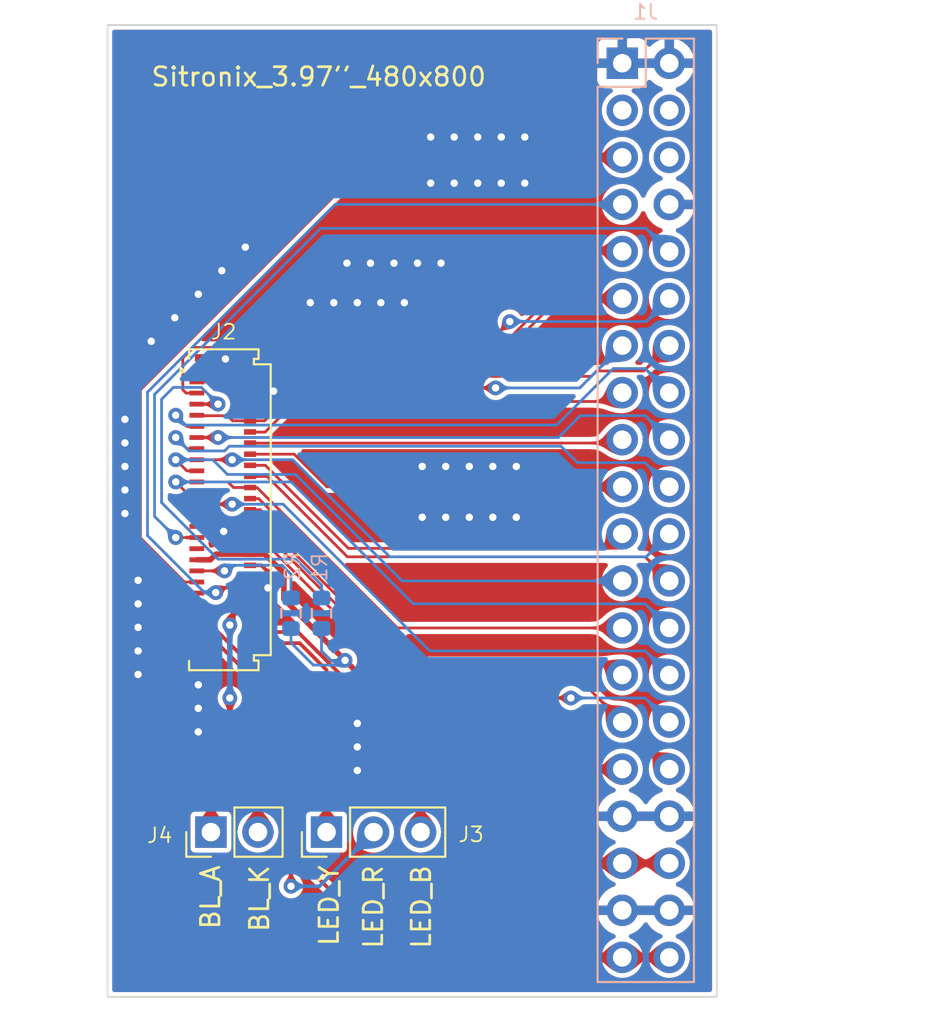
<source format=kicad_pcb>
(kicad_pcb (version 20211014) (generator pcbnew)
  (layers (0 "F.Cu" signal) (31 "B.Cu" signal) (34 "B.Paste" user) (35 "F.Paste" user) (36 "B.SilkS" user "B.Silkscreen") (37 "F.SilkS" user "F.Silkscreen") (38 "B.Mask" user) (39 "F.Mask" user) (44 "Edge.Cuts" user))
  (net 0 "")
  (net 1 "/GND")
  (net 4 "/TP_SDA")
  (net 6 "/TP_SCL")
  (net 7 "/LCD_DE")
  (net 8 "/SPI_DC")
  (net 9 "/LCD_HSYNC")
  (net 10 "/LCD_VSYNC")
  (net 11 "/LCD_B3")
  (net 12 "/LCD_PCLK")
  (net 13 "/LCD_B5")
  (net 14 "/LCD_B4")
  (net 15 "/LCD_B7")
  (net 16 "/LCD_B6")
  (net 17 "/LCD_G3")
  (net 18 "/LCD_G2")
  (net 19 "/LCD_G5")
  (net 20 "/LCD_G4")
  (net 21 "/LCD_G6")
  (net 22 "/LCD_G7")
  (net 23 "/LCD_R3")
  (net 24 "/LCD_R4")
  (net 25 "/LCD_R5")
  (net 26 "/LCD_R6")
  (net 27 "/LCD_R7")
  (net 28 "/SPI_MOSI")
  (net 29 "/SPI_CS")
  (net 30 "/SPI_SCK")
  (net 31 "/VCC3.3V")
  (net 32 "/VCC5V")
  (net 33 "/LCD_LED_Y")
  (net 34 "/LCD_LED_R")
  (net 35 "/LCD_LED_B")
  (net 36 "Net-(J2-Pad7)")
  (net 37 "/LCD_BL_A")
  (net 38 "/LCD_BL_K")
  (net 41 "Net-(J2-Pad37)")
  (footprint "Connector_FFC-FPC:Molex_502250-5191_2Rows-51Pins-1MP_P0.60mm_Horizontal" (layer "F.Cu") (at 41.402 98.044)
    (fp_text reference "J2")
    (fp_text value "Conn_02x26_Counter_Clockwise")
  )
  (footprint "Connector_PinHeader_2.54mm:PinHeader_1x03_P2.54mm_Vertical" (layer "F.Cu") (at 47.005 115.443 90)
    (fp_text reference "J3")
    (fp_text value "Conn_01x03")
  )
  (footprint "Connector_PinHeader_2.54mm:PinHeader_1x02_P2.54mm_Vertical" (layer "F.Cu") (at 40.762 115.443 90)
    (fp_text reference "J4")
    (fp_text value "Conn_01x02")
  )
  (footprint "Resistor_SMD:R_0603_1608Metric" (layer "B.Cu") (at 45.085 103.632 -90)
    (fp_text reference "R2")
    (fp_text value "10K")
  )
  (footprint "Resistor_SMD:R_0603_1608Metric" (layer "B.Cu") (at 46.734 103.632 -90)
    (fp_text reference "R1")
    (fp_text value "10K")
  )
  (footprint "Connector_PinSocket_2.54mm:PinSocket_2x20_P2.54mm_Vertical" (layer "B.Cu") (at 62.972 73.944 180)
    (fp_text reference "J1")
    (fp_text value "ESP32-S3-LCD-EV-BOARD_SUB_LCD_RGB")
  )
  (gr_rect (start 35.179 71.882) (end 68.072 124.333) (layer "Edge.Cuts") (width 0.1) (fill none))
  (gr_text "BL_K" (at 43.3832 119.02922 90) (layer "F.SilkS") (effects (font (size 1 1))))
  (gr_text "Sitronix_3.97''_480x800" (at 46.5836 74.676) (layer "F.SilkS") (effects (font (size 1 1))))
  (gr_text "LED_R" (at 49.53 119.4816 90) (layer "F.SilkS") (effects (font (size 1 1))))
  (gr_text "LED_B" (at 52.1208 119.4816 90) (layer "F.SilkS") (effects (font (size 1 1))))
  (gr_text "BL_A" (at 40.7416 118.957791 90) (layer "F.SilkS") (effects (font (size 1 1))))
  (gr_text "LED_Y" (at 47.1424 119.410172 90) (layer "F.SilkS") (effects (font (size 1 1))))
  (segment (start 43.7388 101.2952) (end 43.8404 101.3968) (width 0.2) (layer "F.Cu") (net 1))
  (segment (start 40.906822 90.544) (end 40.002 90.544) (width 0.2) (layer "F.Cu") (net 1))
  (segment (start 43.8404 101.3968) (end 43.8404 102.2604) (width 0.2) (layer "F.Cu") (net 1))
  (segment (start 41.544611 89.906211) (end 40.906822 90.544) (width 0.2) (layer "F.Cu") (net 1))
  (segment (start 42.877 101.044) (end 43.4876 101.044) (width 0.2) (layer "F.Cu") (net 1))
  (segment (start 43.4876 101.044) (end 43.7388 101.2952) (width 0.2) (layer "F.Cu") (net 1))
  (via (at 36.1188 94.4372) (size 0.8) (drill 0.4) (layers "F.Cu" "B.Cu") (net 1))
  (via (at 57.2516 95.7072) (size 0.8) (drill 0.4) (layers "F.Cu" "B.Cu") (net 1))
  (via (at 40.0812 108.7628) (size 0.8) (drill 0.4) (layers "F.Cu" "B.Cu") (net 1))
  (via (at 50.6476 84.7344) (size 0.8) (drill 0.4) (layers "F.Cu" "B.Cu") (net 1))
  (via (at 40.0812 107.4928) (size 0.8) (drill 0.4) (layers "F.Cu" "B.Cu") (net 1))
  (via (at 48.6664 112.1156) (size 0.8) (drill 0.4) (layers "F.Cu" "B.Cu") (net 1))
  (via (at 55.1688 80.4164) (size 0.8) (drill 0.4) (layers "F.Cu" "B.Cu") (net 1))
  (via (at 54.7116 98.4504) (size 0.8) (drill 0.4) (layers "F.Cu" "B.Cu") (net 1))
  (via (at 48.6664 110.8456) (size 0.8) (drill 0.4) (layers "F.Cu" "B.Cu") (net 1))
  (via (at 37.5412 88.9508) (size 0.8) (drill 0.4) (layers "F.Cu" "B.Cu") (net 1))
  (via (at 47.3964 86.868) (size 0.8) (drill 0.4) (layers "F.Cu" "B.Cu") (net 1))
  (via (at 40.0812 110.0328) (size 0.8) (drill 0.4) (layers "F.Cu" "B.Cu") (net 1))
  (via (at 49.9364 86.868) (size 0.8) (drill 0.4) (layers "F.Cu" "B.Cu") (net 1))
  (via (at 46.1264 86.868) (size 0.8) (drill 0.4) (layers "F.Cu" "B.Cu") (net 1))
  (via (at 56.4388 77.9272) (size 0.8) (drill 0.4) (layers "F.Cu" "B.Cu") (net 1))
  (via (at 52.6288 80.4164) (size 0.8) (drill 0.4) (layers "F.Cu" "B.Cu") (net 1))
  (via (at 55.9816 98.4504) (size 0.8) (drill 0.4) (layers "F.Cu" "B.Cu") (net 1))
  (via (at 57.7088 80.4164) (size 0.8) (drill 0.4) (layers "F.Cu" "B.Cu") (net 1))
  (via (at 54.7116 95.7072) (size 0.8) (drill 0.4) (layers "F.Cu" "B.Cu") (net 1))
  (via (at 36.83 105.664) (size 0.8) (drill 0.4) (layers "F.Cu" "B.Cu") (net 1))
  (via (at 53.8988 80.4164) (size 0.8) (drill 0.4) (layers "F.Cu" "B.Cu") (net 1))
  (via (at 53.1876 84.7344) (size 0.8) (drill 0.4) (layers "F.Cu" "B.Cu") (net 1))
  (via (at 52.6288 77.9272) (size 0.8) (drill 0.4) (layers "F.Cu" "B.Cu") (net 1))
  (via (at 36.1188 95.7072) (size 0.8) (drill 0.4) (layers "F.Cu" "B.Cu") (net 1))
  (via (at 51.2064 86.868) (size 0.8) (drill 0.4) (layers "F.Cu" "B.Cu") (net 1))
  (via (at 36.1188 96.9772) (size 0.8) (drill 0.4) (layers "F.Cu" "B.Cu") (net 1))
  (via (at 36.83 103.124) (size 0.8) (drill 0.4) (layers "F.Cu" "B.Cu") (net 1))
  (via (at 41.3512 85.1408) (size 0.8) (drill 0.4) (layers "F.Cu" "B.Cu") (net 1))
  (via (at 53.8988 77.9272) (size 0.8) (drill 0.4) (layers "F.Cu" "B.Cu") (net 1))
  (via (at 44.1452 91.6432) (size 0.8) (drill 0.4) (layers "F.Cu" "B.Cu") (net 1))
  (via (at 53.4416 98.4504) (size 0.8) (drill 0.4) (layers "F.Cu" "B.Cu") (net 1))
  (via (at 36.83 104.394) (size 0.8) (drill 0.4) (layers "F.Cu" "B.Cu") (net 1))
  (via (at 36.83 106.934) (size 0.8) (drill 0.4) (layers "F.Cu" "B.Cu") (net 1))
  (via (at 41.4528 99.2124) (size 0.8) (drill 0.4) (layers "F.Cu" "B.Cu") (net 1))
  (via (at 36.1188 98.2472) (size 0.8) (drill 0.4) (layers "F.Cu" "B.Cu") (net 1))
  (via (at 36.83 101.854) (size 0.8) (drill 0.4) (layers "F.Cu" "B.Cu") (net 1))
  (via (at 42.6212 83.8708) (size 0.8) (drill 0.4) (layers "F.Cu" "B.Cu") (net 1))
  (via (at 55.9816 95.7072) (size 0.8) (drill 0.4) (layers "F.Cu" "B.Cu") (net 1))
  (via (at 52.1716 95.7072) (size 0.8) (drill 0.4) (layers "F.Cu" "B.Cu") (net 1))
  (via (at 57.7088 77.9272) (size 0.8) (drill 0.4) (layers "F.Cu" "B.Cu") (net 1))
  (via (at 38.8112 87.6808) (size 0.8) (drill 0.4) (layers "F.Cu" "B.Cu") (net 1))
  (via (at 49.3776 84.7344) (size 0.8) (drill 0.4) (layers "F.Cu" "B.Cu") (net 1))
  (via (at 36.1188 93.1672) (size 0.8) (drill 0.4) (layers "F.Cu" "B.Cu") (net 1))
  (via (at 48.6664 109.5756) (size 0.8) (drill 0.4) (layers "F.Cu" "B.Cu") (net 1))
  (via (at 48.1076 84.7344) (size 0.8) (drill 0.4) (layers "F.Cu" "B.Cu") (net 1))
  (via (at 43.8404 102.2604) (size 0.8) (drill 0.4) (layers "F.Cu" "B.Cu") (net 1))
  (via (at 57.2516 98.4504) (size 0.8) (drill 0.4) (layers "F.Cu" "B.Cu") (net 1))
  (via (at 55.1688 77.9272) (size 0.8) (drill 0.4) (layers "F.Cu" "B.Cu") (net 1))
  (via (at 51.9176 84.7344) (size 0.8) (drill 0.4) (layers "F.Cu" "B.Cu") (net 1))
  (via (at 56.4388 80.4164) (size 0.8) (drill 0.4) (layers "F.Cu" "B.Cu") (net 1))
  (via (at 41.544611 89.906211) (size 0.8) (drill 0.4) (layers "F.Cu" "B.Cu") (net 1))
  (via (at 53.4416 95.7072) (size 0.8) (drill 0.4) (layers "F.Cu" "B.Cu") (net 1))
  (via (at 52.1716 98.4504) (size 0.8) (drill 0.4) (layers "F.Cu" "B.Cu") (net 1))
  (via (at 48.6664 86.868) (size 0.8) (drill 0.4) (layers "F.Cu" "B.Cu") (net 1))
  (via (at 40.0812 86.4108) (size 0.8) (drill 0.4) (layers "F.Cu" "B.Cu") (net 1))
  (segment (start 39.333 101.944) (end 36.957 99.568) (width 0.15) (layer "F.Cu") (net 4))
  (segment (start 36.957 91.567) (end 49.5 79.024) (width 0.15) (layer "F.Cu") (net 4))
  (segment (start 36.957 99.568) (end 36.957 91.567) (width 0.15) (layer "F.Cu") (net 4))
  (segment (start 49.5 79.024) (end 62.972 79.024) (width 0.15) (layer "F.Cu") (net 4))
  (segment (start 40.002 101.944) (end 39.333 101.944) (width 0.15) (layer "F.Cu") (net 4))
  (segment (start 41.266 102.244) (end 42.877 102.244) (width 0.15) (layer "F.Cu") (net 6))
  (segment (start 40.9956 102.5144) (end 41.266 102.244) (width 0.15) (layer "F.Cu") (net 6))
  (via (at 41.021 102.5144) (size 0.8) (drill 0.4) (layers "F.Cu" "B.Cu") (net 6))
  (segment (start 47.468 81.564) (end 62.972 81.564) (width 0.15) (layer "B.Cu") (net 6))
  (segment (start 40.4114 102.5144) (end 37.338 99.441) (width 0.15) (layer "B.Cu") (net 6))
  (segment (start 37.338 91.694) (end 47.468 81.564) (width 0.15) (layer "B.Cu") (net 6))
  (segment (start 37.338 99.441) (end 37.338 91.694) (width 0.15) (layer "B.Cu") (net 6))
  (segment (start 40.9956 102.5144) (end 40.4114 102.5144) (width 0.15) (layer "B.Cu") (net 6))
  (segment (start 61.565 84.104) (end 62.972 84.104) (width 0.15) (layer "F.Cu") (net 7))
  (segment (start 42.672 89.662) (end 56.007 89.662) (width 0.15) (layer "F.Cu") (net 7))
  (segment (start 40.002 91.144) (end 41.19 91.144) (width 0.15) (layer "F.Cu") (net 7))
  (segment (start 56.007 89.662) (end 61.565 84.104) (width 0.15) (layer "F.Cu") (net 7))
  (segment (start 41.19 91.144) (end 42.672 89.662) (width 0.15) (layer "F.Cu") (net 7))
  (segment (start 40.002 99.544) (end 38.886 99.544) (width 0.15) (layer "F.Cu") (net 8))
  (segment (start 38.886 99.544) (end 38.862 99.568) (width 0.15) (layer "F.Cu") (net 8))
  (via (at 38.862 99.544) (size 0.8) (drill 0.4) (layers "F.Cu" "B.Cu") (net 8))
  (segment (start 46.6852 82.8548) (end 64.2628 82.8548) (width 0.15) (layer "B.Cu") (net 8))
  (segment (start 38.862 99.544) (end 37.719 98.401) (width 0.15) (layer "B.Cu") (net 8))
  (segment (start 37.719 98.401) (end 37.719 91.821) (width 0.15) (layer "B.Cu") (net 8))
  (segment (start 64.2628 82.8548) (end 65.512 84.104) (width 0.15) (layer "B.Cu") (net 8))
  (segment (start 37.719 91.821) (end 46.6852 82.8548) (width 0.15) (layer "B.Cu") (net 8))
  (segment (start 42.7482 90.043) (end 56.134 90.043) (width 0.15) (layer "F.Cu") (net 9))
  (segment (start 42.164 91.2368) (end 42.164 90.6272) (width 0.15) (layer "F.Cu") (net 9))
  (segment (start 59.533 86.644) (end 62.972 86.644) (width 0.15) (layer "F.Cu") (net 9))
  (segment (start 42.877 91.444) (end 42.3712 91.444) (width 0.15) (layer "F.Cu") (net 9))
  (segment (start 42.3712 91.444) (end 42.164 91.2368) (width 0.15) (layer "F.Cu") (net 9))
  (segment (start 42.164 90.6272) (end 42.7482 90.043) (width 0.15) (layer "F.Cu") (net 9))
  (segment (start 56.134 90.043) (end 59.533 86.644) (width 0.15) (layer "F.Cu") (net 9))
  (segment (start 39.815 89.281) (end 39.243 89.853) (width 0.15) (layer "F.Cu") (net 10))
  (segment (start 56.898911 87.886911) (end 55.504822 89.281) (width 0.15) (layer "F.Cu") (net 10))
  (segment (start 39.243 89.853) (end 39.243 91.567) (width 0.15) (layer "F.Cu") (net 10))
  (segment (start 39.42 91.744) (end 40.002 91.744) (width 0.15) (layer "F.Cu") (net 10))
  (segment (start 55.504822 89.281) (end 39.815 89.281) (width 0.15) (layer "F.Cu") (net 10))
  (segment (start 39.243 91.567) (end 39.42 91.744) (width 0.15) (layer "F.Cu") (net 10))
  (via (at 56.898911 87.886911) (size 0.8) (drill 0.4) (layers "F.Cu" "B.Cu") (net 10))
  (segment (start 64.272 87.884) (end 65.512 86.644) (width 0.15) (layer "B.Cu") (net 10))
  (segment (start 56.901822 87.884) (end 64.272 87.884) (width 0.15) (layer "B.Cu") (net 10))
  (segment (start 56.898911 87.886911) (end 56.901822 87.884) (width 0.15) (layer "B.Cu") (net 10))
  (segment (start 40.027 92.969) (end 41.661 92.969) (width 0.15) (layer "F.Cu") (net 11))
  (segment (start 45.4375 91.4685) (end 56.134 91.4685) (width 0.15) (layer "F.Cu") (net 11))
  (segment (start 41.936 93.244) (end 42.877 93.244) (width 0.15) (layer "F.Cu") (net 11))
  (segment (start 40.002 92.944) (end 40.027 92.969) (width 0.15) (layer "F.Cu") (net 11))
  (segment (start 43.662 93.244) (end 45.4375 91.4685) (width 0.15) (layer "F.Cu") (net 11))
  (segment (start 41.661 92.969) (end 41.936 93.244) (width 0.15) (layer "F.Cu") (net 11))
  (segment (start 42.877 93.244) (end 43.662 93.244) (width 0.15) (layer "F.Cu") (net 11))
  (via (at 56.134 91.4685) (size 0.8) (drill 0.4) (layers "F.Cu" "B.Cu") (net 11))
  (segment (start 60.6775 91.4685) (end 62.962 89.184) (width 0.15) (layer "B.Cu") (net 11))
  (segment (start 56.134 91.4685) (end 60.6775 91.4685) (width 0.15) (layer "B.Cu") (net 11))
  (segment (start 62.962 89.184) (end 62.972 89.184) (width 0.15) (layer "B.Cu") (net 11))
  (segment (start 61.302 90.844) (end 61.595 90.551) (width 0.15) (layer "F.Cu") (net 12))
  (segment (start 64.145 90.551) (end 65.512 89.184) (width 0.15) (layer "F.Cu") (net 12))
  (segment (start 42.877 90.844) (end 61.302 90.844) (width 0.15) (layer "F.Cu") (net 12))
  (segment (start 61.595 90.551) (end 64.145 90.551) (width 0.15) (layer "F.Cu") (net 12))
  (segment (start 42.886 93.853) (end 43.688 93.853) (width 0.15) (layer "F.Cu") (net 13))
  (segment (start 62.494 92.202) (end 62.972 91.724) (width 0.15) (layer "F.Cu") (net 13))
  (segment (start 45.339 92.202) (end 62.494 92.202) (width 0.15) (layer "F.Cu") (net 13))
  (segment (start 42.877 93.844) (end 42.886 93.853) (width 0.15) (layer "F.Cu") (net 13))
  (segment (start 43.688 93.853) (end 45.339 92.202) (width 0.15) (layer "F.Cu") (net 13))
  (segment (start 39.462 93.544) (end 38.862 92.944) (width 0.15) (layer "F.Cu") (net 14))
  (segment (start 40.002 93.544) (end 39.462 93.544) (width 0.15) (layer "F.Cu") (net 14))
  (via (at 38.862 92.944) (size 0.8) (drill 0.4) (layers "F.Cu" "B.Cu") (net 14))
  (segment (start 38.862 92.944) (end 39.39 93.472) (width 0.15) (layer "B.Cu") (net 14))
  (segment (start 39.39 93.472) (end 59.436 93.472) (width 0.15) (layer "B.Cu") (net 14))
  (segment (start 64.212 90.424) (end 65.512 91.724) (width 0.15) (layer "B.Cu") (net 14))
  (segment (start 62.484 90.424) (end 64.212 90.424) (width 0.15) (layer "B.Cu") (net 14))
  (segment (start 59.436 93.472) (end 62.484 90.424) (width 0.15) (layer "B.Cu") (net 14))
  (segment (start 42.877 94.444) (end 62.792 94.444) (width 0.15) (layer "F.Cu") (net 15))
  (segment (start 62.792 94.444) (end 62.972 94.264) (width 0.15) (layer "F.Cu") (net 15))
  (segment (start 40.002 94.144) (end 41.111 94.144) (width 0.15) (layer "F.Cu") (net 16))
  (via (at 41.148 94.144) (size 0.8) (drill 0.4) (layers "F.Cu" "B.Cu") (net 16))
  (segment (start 41.148 94.144) (end 59.526 94.144) (width 0.15) (layer "B.Cu") (net 16))
  (segment (start 64.212 92.964) (end 65.512 94.264) (width 0.15) (layer "B.Cu") (net 16))
  (segment (start 59.526 94.144) (end 60.706 92.964) (width 0.15) (layer "B.Cu") (net 16))
  (segment (start 60.706 92.964) (end 64.212 92.964) (width 0.15) (layer "B.Cu") (net 16))
  (segment (start 42.877 95.044) (end 45.26 95.044) (width 0.15) (layer "F.Cu") (net 17))
  (segment (start 47.02 96.804) (end 62.972 96.804) (width 0.15) (layer "F.Cu") (net 17))
  (segment (start 45.26 95.044) (end 47.02 96.804) (width 0.15) (layer "F.Cu") (net 17))
  (segment (start 39.462 94.744) (end 40.002 94.744) (width 0.15) (layer "F.Cu") (net 18))
  (segment (start 38.862 94.144) (end 39.462 94.744) (width 0.15) (layer "F.Cu") (net 18))
  (via (at 38.862 94.144) (size 0.8) (drill 0.4) (layers "F.Cu" "B.Cu") (net 18))
  (segment (start 64.212 95.504) (end 65.512 96.804) (width 0.15) (layer "B.Cu") (net 18))
  (segment (start 41.755116 94.615) (end 59.6646 94.615) (width 0.15) (layer "B.Cu") (net 18))
  (segment (start 39.587 94.869) (end 41.501116 94.869) (width 0.15) (layer "B.Cu") (net 18))
  (segment (start 59.6646 94.615) (end 60.5536 95.504) (width 0.15) (layer "B.Cu") (net 18))
  (segment (start 38.862 94.144) (end 39.587 94.869) (width 0.15) (layer "B.Cu") (net 18))
  (segment (start 41.501116 94.869) (end 41.755116 94.615) (width 0.15) (layer "B.Cu") (net 18))
  (segment (start 60.5536 95.504) (end 64.212 95.504) (width 0.15) (layer "B.Cu") (net 18))
  (segment (start 48.1838 100.1268) (end 62.1892 100.1268) (width 0.15) (layer "F.Cu") (net 19))
  (segment (start 43.701 95.644) (end 48.1838 100.1268) (width 0.15) (layer "F.Cu") (net 19))
  (segment (start 42.877 95.644) (end 43.701 95.644) (width 0.15) (layer "F.Cu") (net 19))
  (segment (start 62.1892 100.1268) (end 62.972 99.344) (width 0.15) (layer "F.Cu") (net 19))
  (segment (start 40.002 95.344) (end 41.91 95.344) (width 0.15) (layer "F.Cu") (net 20))
  (via (at 41.91 95.344) (size 0.8) (drill 0.4) (layers "F.Cu" "B.Cu") (net 20))
  (segment (start 50.419 100.584) (end 64.272 100.584) (width 0.15) (layer "B.Cu") (net 20))
  (segment (start 64.272 100.584) (end 65.512 99.344) (width 0.15) (layer "B.Cu") (net 20))
  (segment (start 45.179 95.344) (end 50.419 100.584) (width 0.15) (layer "B.Cu") (net 20))
  (segment (start 41.91 95.344) (end 45.179 95.344) (width 0.15) (layer "B.Cu") (net 20))
  (segment (start 40.002 95.944) (end 39.462 95.944) (width 0.15) (layer "F.Cu") (net 21))
  (segment (start 39.462 95.944) (end 38.862 95.344) (width 0.15) (layer "F.Cu") (net 21))
  (via (at 38.862 95.344) (size 0.8) (drill 0.4) (layers "F.Cu" "B.Cu") (net 21))
  (segment (start 40.861 95.344) (end 41.656 96.139) (width 0.15) (layer "B.Cu") (net 21))
  (segment (start 45.339 96.139) (end 51.084 101.884) (width 0.15) (layer "B.Cu") (net 21))
  (segment (start 41.656 96.139) (end 45.339 96.139) (width 0.15) (layer "B.Cu") (net 21))
  (segment (start 38.862 95.344) (end 40.861 95.344) (width 0.15) (layer "B.Cu") (net 21))
  (segment (start 51.084 101.884) (end 62.972 101.884) (width 0.15) (layer "B.Cu") (net 21))
  (segment (start 43.793 96.244) (end 48.133 100.584) (width 0.15) (layer "F.Cu") (net 22))
  (segment (start 48.133 100.584) (end 64.212 100.584) (width 0.15) (layer "F.Cu") (net 22))
  (segment (start 42.877 96.244) (end 43.793 96.244) (width 0.15) (layer "F.Cu") (net 22))
  (segment (start 64.212 100.584) (end 65.512 101.884) (width 0.15) (layer "F.Cu") (net 22))
  (segment (start 41.68 96.544) (end 41.98 96.844) (width 0.15) (layer "F.Cu") (net 23))
  (segment (start 43.25 96.844) (end 50.83 104.424) (width 0.15) (layer "F.Cu") (net 23))
  (segment (start 42.877 96.844) (end 43.25 96.844) (width 0.15) (layer "F.Cu") (net 23))
  (segment (start 41.98 96.844) (end 42.877 96.844) (width 0.15) (layer "F.Cu") (net 23))
  (segment (start 40.002 96.544) (end 41.68 96.544) (width 0.15) (layer "F.Cu") (net 23))
  (segment (start 50.83 104.424) (end 62.972 104.424) (width 0.15) (layer "F.Cu") (net 23))
  (segment (start 39.462 97.144) (end 38.862 96.544) (width 0.15) (layer "F.Cu") (net 24))
  (segment (start 40.002 97.144) (end 39.462 97.144) (width 0.15) (layer "F.Cu") (net 24))
  (via (at 38.862 96.544) (size 0.8) (drill 0.4) (layers "F.Cu" "B.Cu") (net 24))
  (segment (start 45.109 96.544) (end 51.689 103.124) (width 0.15) (layer "B.Cu") (net 24))
  (segment (start 51.689 103.124) (end 64.212 103.124) (width 0.15) (layer "B.Cu") (net 24))
  (segment (start 64.212 103.124) (end 65.512 104.424) (width 0.15) (layer "B.Cu") (net 24))
  (segment (start 38.862 96.544) (end 45.109 96.544) (width 0.15) (layer "B.Cu") (net 24))
  (segment (start 42.877 97.444) (end 43.342 97.444) (width 0.15) (layer "F.Cu") (net 25))
  (segment (start 62.307 106.299) (end 62.972 106.964) (width 0.15) (layer "F.Cu") (net 25))
  (segment (start 52.197 106.299) (end 62.307 106.299) (width 0.15) (layer "F.Cu") (net 25))
  (segment (start 43.342 97.444) (end 52.197 106.299) (width 0.15) (layer "F.Cu") (net 25))
  (segment (start 40.002 97.744) (end 41.91 97.744) (width 0.15) (layer "F.Cu") (net 26))
  (via (at 41.91 97.744) (size 0.8) (drill 0.4) (layers "F.Cu" "B.Cu") (net 26))
  (segment (start 44.658 97.744) (end 52.578 105.664) (width 0.15) (layer "B.Cu") (net 26))
  (segment (start 41.91 97.744) (end 44.658 97.744) (width 0.15) (layer "B.Cu") (net 26))
  (segment (start 52.578 105.664) (end 64.212 105.664) (width 0.15) (layer "B.Cu") (net 26))
  (segment (start 64.212 105.664) (end 65.512 106.964) (width 0.15) (layer "B.Cu") (net 26))
  (segment (start 42.877 98.044) (end 43.434 98.044) (width 0.15) (layer "F.Cu") (net 27))
  (segment (start 43.434 98.044) (end 52.501 107.111) (width 0.15) (layer "F.Cu") (net 27))
  (segment (start 60.579 107.111) (end 62.972 109.504) (width 0.15) (layer "F.Cu") (net 27))
  (segment (start 52.501 107.111) (end 60.579 107.111) (width 0.15) (layer "F.Cu") (net 27))
  (segment (start 60.198 108.204) (end 53.086 108.204) (width 0.15) (layer "F.Cu") (net 28))
  (segment (start 43.526 98.644) (end 42.877 98.644) (width 0.15) (layer "F.Cu") (net 28))
  (segment (start 53.086 108.204) (end 43.526 98.644) (width 0.15) (layer "F.Cu") (net 28))
  (via (at 60.198 108.204) (size 0.8) (drill 0.4) (layers "F.Cu" "B.Cu") (net 28))
  (segment (start 64.212 108.204) (end 65.512 109.504) (width 0.15) (layer "B.Cu") (net 28))
  (segment (start 60.198 108.204) (end 64.212 108.204) (width 0.15) (layer "B.Cu") (net 28))
  (segment (start 55.91 112.044) (end 62.972 112.044) (width 0.15) (layer "F.Cu") (net 29))
  (segment (start 42.877 99.844) (end 43.71 99.844) (width 0.15) (layer "F.Cu") (net 29))
  (segment (start 43.71 99.844) (end 55.91 112.044) (width 0.15) (layer "F.Cu") (net 29))
  (segment (start 55.118 110.744) (end 64.212 110.744) (width 0.15) (layer "F.Cu") (net 30))
  (segment (start 64.212 110.744) (end 65.512 112.044) (width 0.15) (layer "F.Cu") (net 30))
  (segment (start 42.877 99.244) (end 43.618 99.244) (width 0.15) (layer "F.Cu") (net 30))
  (segment (start 43.618 99.244) (end 55.118 110.744) (width 0.15) (layer "F.Cu") (net 30))
  (segment (start 40.734 100.744) (end 41.034 100.444) (width 0.3) (layer "F.Cu") (net 31))
  (segment (start 42.877 100.444) (end 43.675 100.444) (width 0.3) (layer "F.Cu") (net 31))
  (segment (start 44.704 101.473) (end 44.704 102.87) (width 0.3) (layer "F.Cu") (net 31))
  (segment (start 43.675 100.444) (end 44.704 101.473) (width 0.3) (layer "F.Cu") (net 31))
  (segment (start 41.034 100.444) (end 42.877 100.444) (width 0.3) (layer "F.Cu") (net 31))
  (segment (start 44.704 102.87) (end 58.958 117.124) (width 0.3) (layer "F.Cu") (net 31))
  (segment (start 62.972 117.124) (end 65.512 117.124) (width 0.3) (layer "F.Cu") (net 31))
  (segment (start 40.002 100.744) (end 40.734 100.744) (width 0.3) (layer "F.Cu") (net 31))
  (segment (start 58.958 117.124) (end 62.972 117.124) (width 0.3) (layer "F.Cu") (net 31))
  (via (at 48.006 106.172) (size 0.8) (drill 0.4) (layers "F.Cu" "B.Cu") (net 31))
  (segment (start 46.734 105.662) (end 46.734 104.457) (width 0.15) (layer "B.Cu") (net 31))
  (segment (start 46.2915 106.426) (end 45.085 105.2195) (width 0.15) (layer "B.Cu") (net 31))
  (segment (start 47.244 106.172) (end 46.734 105.662) (width 0.15) (layer "B.Cu") (net 31))
  (segment (start 48.006 106.172) (end 47.244 106.172) (width 0.15) (layer "B.Cu") (net 31))
  (segment (start 47.752 106.426) (end 46.2915 106.426) (width 0.15) (layer "B.Cu") (net 31))
  (segment (start 45.085 105.2195) (end 45.085 104.457) (width 0.15) (layer "B.Cu") (net 31))
  (segment (start 48.006 106.172) (end 47.752 106.426) (width 0.15) (layer "B.Cu") (net 31))
  (segment (start 62.972 122.204) (end 65.512 122.204) (width 0.2) (layer "F.Cu") (net 32))
  (segment (start 40.844 104.344) (end 45.593 109.093) (width 0.2) (layer "F.Cu") (net 32))
  (segment (start 40.002 104.344) (end 40.844 104.344) (width 0.2) (layer "F.Cu") (net 32))
  (segment (start 45.593 116.967) (end 50.83 122.204) (width 0.2) (layer "F.Cu") (net 32))
  (segment (start 45.593 109.093) (end 45.593 116.967) (width 0.2) (layer "F.Cu") (net 32))
  (segment (start 50.83 122.204) (end 62.972 122.204) (width 0.2) (layer "F.Cu") (net 32))
  (segment (start 42.877 105.244) (end 45.554 105.244) (width 0.2) (layer "F.Cu") (net 33))
  (segment (start 47.005 106.695) (end 47.005 115.443) (width 0.2) (layer "F.Cu") (net 33))
  (segment (start 45.554 105.244) (end 47.005 106.695) (width 0.2) (layer "F.Cu") (net 33))
  (segment (start 40.002 104.944) (end 40.809 104.944) (width 0.2) (layer "F.Cu") (net 34))
  (segment (start 40.809 104.944) (end 41.021 105.156) (width 0.2) (layer "F.Cu") (net 34))
  (segment (start 45.085 109.22) (end 45.085 118.364) (width 0.2) (layer "F.Cu") (net 34))
  (segment (start 41.021 105.156) (end 45.085 109.22) (width 0.2) (layer "F.Cu") (net 34))
  (via (at 45.085 118.364) (size 0.8) (drill 0.4) (layers "F.Cu" "B.Cu") (net 34))
  (segment (start 45.085 118.364) (end 46.624 118.364) (width 0.2) (layer "B.Cu") (net 34))
  (segment (start 46.624 118.364) (end 49.545 115.443) (width 0.2) (layer "B.Cu") (net 34))
  (segment (start 42.877 104.644) (end 45.462 104.644) (width 0.2) (layer "F.Cu") (net 35))
  (segment (start 52.085 111.267) (end 52.085 115.443) (width 0.2) (layer "F.Cu") (net 35))
  (segment (start 45.462 104.644) (end 52.085 111.267) (width 0.2) (layer "F.Cu") (net 35))
  (segment (start 40.002 92.344) (end 41.133 92.344) (width 0.15) (layer "F.Cu") (net 36))
  (segment (start 41.133 92.344) (end 41.148 92.329) (width 0.15) (layer "F.Cu") (net 36))
  (via (at 41.148 92.344) (size 0.8) (drill 0.4) (layers "F.Cu" "B.Cu") (net 36))
  (segment (start 38.1 92.075) (end 38.735 91.44) (width 0.15) (layer "B.Cu") (net 36))
  (segment (start 38.735 91.44) (end 40.244 91.44) (width 0.15) (layer "B.Cu") (net 36))
  (segment (start 40.244 91.44) (end 41.148 92.344) (width 0.15) (layer "B.Cu") (net 36))
  (segment (start 46.734 102.106) (end 45.339 100.711) (width 0.15) (layer "B.Cu") (net 36))
  (segment (start 46.734 102.807) (end 46.734 102.106) (width 0.15) (layer "B.Cu") (net 36))
  (segment (start 45.339 100.711) (end 41.148 100.711) (width 0.15) (layer "B.Cu") (net 36))
  (segment (start 41.148 100.711) (end 38.1 97.663) (width 0.15) (layer "B.Cu") (net 36))
  (segment (start 38.1 97.663) (end 38.1 92.075) (width 0.15) (layer "B.Cu") (net 36))
  (segment (start 38.354 104.521) (end 38.354 109.855) (width 0.3) (layer "F.Cu") (net 37))
  (segment (start 38.354 109.855) (end 40.762 112.263) (width 0.3) (layer "F.Cu") (net 37))
  (segment (start 40.002 103.744) (end 39.131 103.744) (width 0.3) (layer "F.Cu") (net 37))
  (segment (start 39.131 103.744) (end 38.354 104.521) (width 0.3) (layer "F.Cu") (net 37))
  (segment (start 40.762 112.263) (end 40.762 115.443) (width 0.3) (layer "F.Cu") (net 37))
  (segment (start 42.877 103.444) (end 42.225 103.444) (width 0.3) (layer "F.Cu") (net 38))
  (segment (start 43.302 111.501) (end 43.302 115.443) (width 0.3) (layer "F.Cu") (net 38))
  (segment (start 41.783 109.982) (end 43.302 111.501) (width 0.3) (layer "F.Cu") (net 38))
  (segment (start 41.783 108.204) (end 41.783 109.982) (width 0.3) (layer "F.Cu") (net 38))
  (segment (start 41.783 103.886) (end 41.783 104.267) (width 0.3) (layer "F.Cu") (net 38))
  (segment (start 42.225 103.444) (end 41.783 103.886) (width 0.3) (layer "F.Cu") (net 38))
  (via (at 41.783 108.204) (size 0.8) (drill 0.4) (layers "F.Cu" "B.Cu") (net 38))
  (via (at 41.783 104.267) (size 0.8) (drill 0.4) (layers "F.Cu" "B.Cu") (net 38))
  (segment (start 41.783 104.267) (end 41.783 108.204) (width 0.3) (layer "B.Cu") (net 38))
  (segment (start 41.4951 101.344) (end 40.002 101.344) (width 0.15) (layer "F.Cu") (net 41))
  (via (at 41.4951 101.344) (size 0.8) (drill 0.4) (layers "F.Cu" "B.Cu") (net 41))
  (segment (start 41.4951 101.344) (end 41.7979 101.0412) (width 0.15) (layer "B.Cu") (net 41))
  (segment (start 41.7979 101.0412) (end 44.6024 101.0412) (width 0.15) (layer "B.Cu") (net 41))
  (segment (start 44.6024 101.0412) (end 45.085 101.5238) (width 0.15) (layer "B.Cu") (net 41))
  (segment (start 45.085 101.5238) (end 45.085 102.807) (width 0.15) (layer "B.Cu") (net 41))
  (zone (net 12) (net_name "/LCD_PCLK") (layer "F.Cu") (priority 16962) (connect_pads yes (clearance 0)) (min_thickness 0.0254) (fill yes (thermal_gap 0.508) (thermal_bridge_width 0.508))
    (polygon (pts (xy 64.370024 90.432042) (xy 64.52083 90.297525) (xy 64.659845 90.204477) (xy 64.790765 90.144847) (xy 64.917285 90.110585) (xy 65.043101 90.09364) (xy 65.171907 90.085962) (xy 65.307399 90.079502) (xy 65.453273 90.066209) (xy 65.613225 90.038033) (xy 65.790949 89.986924) (xy 65.81252 88.88348) (xy 64.709076 88.905051) (xy 64.657966 89.082774) (xy 64.62979 89.242726) (xy 64.616497 89.3886) (xy 64.610037 89.524092) (xy 64.602359 89.652898) (xy 64.585414 89.778714) (xy 64.551152 89.905234) (xy 64.491522 90.036154) (xy 64.398474 90.175169) (xy 64.263958 90.325976)))
  )
  (zone (net 17) (net_name "/LCD_G3") (layer "F.Cu") (priority 16962) (connect_pads yes (clearance 0)) (min_thickness 0.0254) (fill yes (thermal_gap 0.508) (thermal_bridge_width 0.508))
    (polygon (pts (xy 61.282 96.879) (xy 61.483753 96.890518) (xy 61.647847 96.923022) (xy 61.782587 96.973432) (xy 61.896277 97.038668) (xy 61.997224 97.115651) (xy 62.093733 97.201302) (xy 62.194109 97.292541) (xy 62.306657 97.38629) (xy 62.439684 97.47947) (xy 62.601494 97.569) (xy 63.397 96.804) (xy 62.601494 96.039) (xy 62.439684 96.128529) (xy 62.306657 96.221709) (xy 62.194109 96.315458) (xy 62.093733 96.406697) (xy 61.997224 96.492348) (xy 61.896277 96.569331) (xy 61.782587 96.634567) (xy 61.647847 96.684977) (xy 61.483753 96.717481) (xy 61.282 96.729)))
  )
  (zone (net 34) (net_name "/LCD_LED_R") (layer "F.Cu") (priority 16962) (connect_pads yes (clearance 0)) (min_thickness 0.0254) (fill yes (thermal_gap 0.508) (thermal_bridge_width 0.508))
    (polygon (pts (xy 44.985 117.574) (xy 44.981128 117.665398) (xy 44.970078 117.741318) (xy 44.952697 117.805078) (xy 44.929834 117.859995) (xy 44.902336 117.909389) (xy 44.871051 117.956578) (xy 44.836827 118.004879) (xy 44.800512 118.057612) (xy 44.762954 118.118094) (xy 44.725 118.189645) (xy 45.085 118.564) (xy 45.445 118.189645) (xy 45.407045 118.118094) (xy 45.369487 118.057612) (xy 45.333172 118.004879) (xy 45.298948 117.956578) (xy 45.267663 117.909389) (xy 45.240165 117.859995) (xy 45.217302 117.805078) (xy 45.199921 117.741318) (xy 45.188871 117.665398) (xy 45.185 117.574)))
  )
  (zone (net 8) (net_name "/SPI_DC") (layer "F.Cu") (priority 16962) (connect_pads yes (clearance 0)) (min_thickness 0.0254) (fill yes (thermal_gap 0.508) (thermal_bridge_width 0.508))
    (polygon (pts (xy 39.666 99.469) (xy 39.571759 99.464586) (xy 39.494 99.45204) (xy 39.429146 99.432405) (xy 39.373626 99.406722) (xy 39.323864 99.376034) (xy 39.276287 99.341383) (xy 39.227321 99.303812) (xy 39.173393 99.264362) (xy 39.110929 99.224078) (xy 39.036355 99.184) (xy 38.662 99.544) (xy 39.036355 99.904) (xy 39.110929 99.863921) (xy 39.173393 99.823637) (xy 39.227321 99.784187) (xy 39.276287 99.746616) (xy 39.323864 99.711965) (xy 39.373626 99.681277) (xy 39.429146 99.655594) (xy 39.494 99.635959) (xy 39.571759 99.623413) (xy 39.666 99.619)))
  )
  (zone (net 10) (net_name "/LCD_VSYNC") (layer "F.Cu") (priority 16962) (connect_pads yes (clearance 0)) (min_thickness 0.0254) (fill yes (thermal_gap 0.508) (thermal_bridge_width 0.508))
    (polygon (pts (xy 56.393331 88.498557) (xy 56.46186 88.436361) (xy 56.524693 88.391509) (xy 56.58356 88.36073) (xy 56.640196 88.340756) (xy 56.696333 88.328318) (xy 56.753703 88.320147) (xy 56.81404 88.312974) (xy 56.879077 88.303531) (xy 56.950546 88.288548) (xy 57.030181 88.264757) (xy 57.040332 87.74549) (xy 56.521065 87.755641) (xy 56.497273 87.835275) (xy 56.48229 87.906744) (xy 56.472847 87.971781) (xy 56.465674 88.032118) (xy 56.457503 88.089488) (xy 56.445065 88.145625) (xy 56.425091 88.202261) (xy 56.394312 88.261128) (xy 56.34946 88.323961) (xy 56.287265 88.392491)))
  )
  (zone (net 32) (net_name "/VCC5V") (layer "F.Cu") (priority 16962) (connect_pads yes (clearance 0)) (min_thickness 0.0254) (fill yes (thermal_gap 0.508) (thermal_bridge_width 0.508))
    (polygon (pts (xy 63.822 122.304) (xy 64.022555 122.31491) (xy 64.186327 122.345748) (xy 64.321393 122.393673) (xy 64.435829 122.455845) (xy 64.53771 122.529423) (xy 64.635115 122.611568) (xy 64.736119 122.699438) (xy 64.848799 122.790193) (xy 64.981232 122.880994) (xy 65.141494 122.969) (xy 65.937 122.204) (xy 65.141494 121.439) (xy 64.981232 121.527005) (xy 64.848799 121.617806) (xy 64.736119 121.708561) (xy 64.635115 121.796431) (xy 64.53771 121.878576) (xy 64.435829 121.952154) (xy 64.321393 122.014326) (xy 64.186327 122.062251) (xy 64.022555 122.093089) (xy 63.822 122.104)))
  )
  (zone (net 33) (net_name "/LCD_LED_Y") (layer "F.Cu") (priority 16962) (connect_pads yes (clearance 0)) (min_thickness 0.0254) (fill yes (thermal_gap 0.508) (thermal_bridge_width 0.508))
    (polygon (pts (xy 46.905 113.753) (xy 46.894089 113.953555) (xy 46.863251 114.117327) (xy 46.815326 114.252393) (xy 46.753154 114.366829) (xy 46.679576 114.46871) (xy 46.597431 114.566115) (xy 46.509561 114.667119) (xy 46.418806 114.779799) (xy 46.328005 114.912232) (xy 46.24 115.072494) (xy 47.005 115.868) (xy 47.77 115.072494) (xy 47.681994 114.912232) (xy 47.591193 114.779799) (xy 47.500438 114.667119) (xy 47.412568 114.566115) (xy 47.330423 114.46871) (xy 47.256845 114.366829) (xy 47.194673 114.252393) (xy 47.146748 114.117327) (xy 47.11591 113.953555) (xy 47.105 113.753)))
  )
  (zone (net 32) (net_name "/VCC5V") (layer "F.Cu") (priority 16962) (connect_pads yes (clearance 0)) (min_thickness 0.0254) (fill yes (thermal_gap 0.508) (thermal_bridge_width 0.508))
    (polygon (pts (xy 64.662 122.104) (xy 64.461444 122.093089) (xy 64.297672 122.062251) (xy 64.162606 122.014326) (xy 64.04817 121.952154) (xy 63.946289 121.878576) (xy 63.848884 121.796431) (xy 63.74788 121.708561) (xy 63.6352 121.617806) (xy 63.502767 121.527005) (xy 63.342506 121.439) (xy 62.547 122.204) (xy 63.342506 122.969) (xy 63.502767 122.880994) (xy 63.6352 122.790193) (xy 63.74788 122.699438) (xy 63.848884 122.611568) (xy 63.946289 122.529423) (xy 64.04817 122.455845) (xy 64.162606 122.393673) (xy 64.297672 122.345748) (xy 64.461444 122.31491) (xy 64.662 122.304)))
  )
  (zone (net 18) (net_name "/LCD_G2") (layer "F.Cu") (priority 16962) (connect_pads yes (clearance 0)) (min_thickness 0.0254) (fill yes (thermal_gap 0.508) (thermal_bridge_width 0.508))
    (polygon (pts (xy 39.473646 94.64958) (xy 39.41145 94.58105) (xy 39.366598 94.518217) (xy 39.335819 94.45935) (xy 39.315845 94.402714) (xy 39.303407 94.346577) (xy 39.295236 94.289207) (xy 39.288063 94.22887) (xy 39.27862 94.163833) (xy 39.263637 94.092364) (xy 39.239846 94.01273) (xy 38.720579 94.002579) (xy 38.73073 94.521846) (xy 38.810364 94.545637) (xy 38.881833 94.56062) (xy 38.94687 94.570063) (xy 39.007207 94.577236) (xy 39.064577 94.585407) (xy 39.120714 94.597845) (xy 39.17735 94.617819) (xy 39.236217 94.648598) (xy 39.29905 94.69345) (xy 39.36758 94.755646)))
  )
  (zone (net 20) (net_name "/LCD_G4") (layer "F.Cu") (priority 16962) (connect_pads yes (clearance 0)) (min_thickness 0.0254) (fill yes (thermal_gap 0.508) (thermal_bridge_width 0.508))
    (polygon (pts (xy 41.12 95.419) (xy 41.212436 95.423479) (xy 41.288581 95.436192) (xy 41.351971 95.456054) (xy 41.406143 95.481978) (xy 41.454632 95.512878) (xy 41.500977 95.547667) (xy 41.548714 95.58526) (xy 41.60138 95.624571) (xy 41.662511 95.664513) (xy 41.735645 95.704) (xy 42.11 95.344) (xy 41.735645 94.984) (xy 41.662511 95.023486) (xy 41.60138 95.063428) (xy 41.548714 95.102739) (xy 41.500977 95.140332) (xy 41.454632 95.175121) (xy 41.406143 95.206021) (xy 41.351971 95.231945) (xy 41.288581 95.251807) (xy 41.212436 95.26452) (xy 41.12 95.269)))
  )
  (zone (net 7) (net_name "/LCD_DE") (layer "F.Cu") (priority 16962) (connect_pads yes (clearance 0)) (min_thickness 0.0254) (fill yes (thermal_gap 0.508) (thermal_bridge_width 0.508))
    (polygon (pts (xy 61.410851 84.364215) (xy 61.541305 84.260467) (xy 61.660512 84.217048) (xy 61.77174 84.224184) (xy 61.878258 84.272107) (xy 61.983334 84.351045) (xy 62.090238 84.451229) (xy 62.202237 84.562886) (xy 62.3226 84.676248) (xy 62.454596 84.781542) (xy 62.601494 84.869) (xy 63.397 84.104) (xy 62.37096 83.50296) (xy 62.253641 83.61157) (xy 62.146496 83.69508) (xy 62.046602 83.760144) (xy 61.951035 83.813417) (xy 61.856871 83.861555) (xy 61.761187 83.911213) (xy 61.66106 83.969046) (xy 61.553566 84.041709) (xy 61.435782 84.135858) (xy 61.304785 84.258149)))
  )
  (zone (net 9) (net_name "/LCD_HSYNC") (layer "F.Cu") (priority 16962) (connect_pads yes (clearance 0)) (min_thickness 0.0254) (fill yes (thermal_gap 0.508) (thermal_bridge_width 0.508))
    (polygon (pts (xy 61.282 86.719) (xy 61.483753 86.730518) (xy 61.647847 86.763022) (xy 61.782587 86.813432) (xy 61.896277 86.878668) (xy 61.997224 86.955651) (xy 62.093733 87.041302) (xy 62.194109 87.132541) (xy 62.306657 87.22629) (xy 62.439684 87.31947) (xy 62.601494 87.409) (xy 63.397 86.644) (xy 62.601494 85.879) (xy 62.439684 85.968529) (xy 62.306657 86.061709) (xy 62.194109 86.155458) (xy 62.093733 86.246697) (xy 61.997224 86.332348) (xy 61.896277 86.409331) (xy 61.782587 86.474567) (xy 61.647847 86.524977) (xy 61.483753 86.557481) (xy 61.282 86.569)))
  )
  (zone (net 35) (net_name "/LCD_LED_B") (layer "F.Cu") (priority 16962) (connect_pads yes (clearance 0)) (min_thickness 0.0254) (fill yes (thermal_gap 0.508) (thermal_bridge_width 0.508))
    (polygon (pts (xy 51.985 113.753) (xy 51.974089 113.953555) (xy 51.943251 114.117327) (xy 51.895326 114.252393) (xy 51.833154 114.366829) (xy 51.759576 114.46871) (xy 51.677431 114.566115) (xy 51.589561 114.667119) (xy 51.498806 114.779799) (xy 51.408005 114.912232) (xy 51.32 115.072494) (xy 52.085 115.868) (xy 52.85 115.072494) (xy 52.761994 114.912232) (xy 52.671193 114.779799) (xy 52.580438 114.667119) (xy 52.492568 114.566115) (xy 52.410423 114.46871) (xy 52.336845 114.366829) (xy 52.274673 114.252393) (xy 52.226748 114.117327) (xy 52.19591 113.953555) (xy 52.185 113.753)))
  )
  (zone (net 38) (net_name "/LCD_BL_K") (layer "F.Cu") (priority 16962) (connect_pads yes (clearance 0)) (min_thickness 0.0254) (fill yes (thermal_gap 0.508) (thermal_bridge_width 0.508))
    (polygon (pts (xy 43.152 113.753) (xy 43.142306 113.951282) (xy 43.1148 114.114483) (xy 43.071844 114.25023) (xy 43.0158 114.36615) (xy 42.949032 114.469873) (xy 42.873901 114.569025) (xy 42.792769 114.671235) (xy 42.708 114.784131) (xy 42.621956 114.915341) (xy 42.537 115.072494) (xy 43.302 115.868) (xy 44.067 115.072494) (xy 43.982043 114.915341) (xy 43.895999 114.784131) (xy 43.81123 114.671235) (xy 43.730098 114.569025) (xy 43.654967 114.469873) (xy 43.588199 114.36615) (xy 43.532155 114.25023) (xy 43.489199 114.114483) (xy 43.461693 113.951282) (xy 43.452 113.753)))
  )
  (zone (net 30) (net_name "/SPI_SCK") (layer "F.Cu") (priority 16962) (connect_pads yes (clearance 0)) (min_thickness 0.0254) (fill yes (thermal_gap 0.508) (thermal_bridge_width 0.508))
    (polygon (pts (xy 64.263958 110.902024) (xy 64.398474 111.05283) (xy 64.491522 111.191845) (xy 64.551152 111.322765) (xy 64.585414 111.449285) (xy 64.602359 111.575101) (xy 64.610037 111.703907) (xy 64.616497 111.839399) (xy 64.62979 111.985273) (xy 64.657966 112.145225) (xy 64.709076 112.322949) (xy 65.81252 112.34452) (xy 65.790949 111.241076) (xy 65.613225 111.189966) (xy 65.453273 111.16179) (xy 65.307399 111.148497) (xy 65.171907 111.142037) (xy 65.043101 111.134359) (xy 64.917285 111.117414) (xy 64.790765 111.083152) (xy 64.659845 111.023522) (xy 64.52083 110.930474) (xy 64.370024 110.795958)))
  )
  (zone (net 26) (net_name "/LCD_R6") (layer "F.Cu") (priority 16962) (connect_pads yes (clearance 0)) (min_thickness 0.0254) (fill yes (thermal_gap 0.508) (thermal_bridge_width 0.508))
    (polygon (pts (xy 41.12 97.819) (xy 41.212436 97.823479) (xy 41.288581 97.836192) (xy 41.351971 97.856054) (xy 41.406143 97.881978) (xy 41.454632 97.912878) (xy 41.500977 97.947667) (xy 41.548714 97.98526) (xy 41.60138 98.024571) (xy 41.662511 98.064513) (xy 41.735645 98.104) (xy 42.11 97.744) (xy 41.735645 97.384) (xy 41.662511 97.423486) (xy 41.60138 97.463428) (xy 41.548714 97.502739) (xy 41.500977 97.540332) (xy 41.454632 97.575121) (xy 41.406143 97.606021) (xy 41.351971 97.631945) (xy 41.288581 97.651807) (xy 41.212436 97.66452) (xy 41.12 97.669)))
  )
  (zone (net 4) (net_name "/TP_SDA") (layer "F.Cu") (priority 16962) (connect_pads yes (clearance 0)) (min_thickness 0.0254) (fill yes (thermal_gap 0.508) (thermal_bridge_width 0.508))
    (polygon (pts (xy 61.282 79.099) (xy 61.483753 79.110518) (xy 61.647847 79.143022) (xy 61.782587 79.193432) (xy 61.896277 79.258668) (xy 61.997224 79.335651) (xy 62.093733 79.421302) (xy 62.194109 79.512541) (xy 62.306657 79.60629) (xy 62.439684 79.69947) (xy 62.601494 79.789) (xy 63.397 79.024) (xy 62.601494 78.259) (xy 62.439684 78.348529) (xy 62.306657 78.441709) (xy 62.194109 78.535458) (xy 62.093733 78.626697) (xy 61.997224 78.712348) (xy 61.896277 78.789331) (xy 61.782587 78.854567) (xy 61.647847 78.904977) (xy 61.483753 78.937481) (xy 61.282 78.949)))
  )
  (zone (net 0) (net_name "") (layer "F.Cu") (connect_pads (clearance 0)) (min_thickness 0.254)
    (keepout (tracks allowed) (vias allowed) (pads allowed) (copperpour not_allowed) (footprints allowed))
    (fill (thermal_gap 0.508) (thermal_bridge_width 0.508))
    (polygon (pts (xy 39.4208 101.1428) (xy 39.2176 101.2952) (xy 37.338 99.568) (xy 37.2872 91.5924) (xy 38.6588 90.2208) (xy 39.4208 90.2208)))
  )
  (zone (net 28) (net_name "/SPI_MOSI") (layer "F.Cu") (priority 16962) (connect_pads yes (clearance 0)) (min_thickness 0.0254) (fill yes (thermal_gap 0.508) (thermal_bridge_width 0.508))
    (polygon (pts (xy 59.408 108.279) (xy 59.500436 108.283479) (xy 59.576581 108.296192) (xy 59.639971 108.316054) (xy 59.694143 108.341978) (xy 59.742632 108.372878) (xy 59.788977 108.407667) (xy 59.836714 108.44526) (xy 59.88938 108.484571) (xy 59.950511 108.524513) (xy 60.023645 108.564) (xy 60.398 108.204) (xy 60.023645 107.844) (xy 59.950511 107.883486) (xy 59.88938 107.923428) (xy 59.836714 107.962739) (xy 59.788977 108.000332) (xy 59.742632 108.035121) (xy 59.694143 108.066021) (xy 59.639971 108.091945) (xy 59.576581 108.111807) (xy 59.500436 108.12452) (xy 59.408 108.129)))
  )
  (zone (net 19) (net_name "/LCD_G5") (layer "F.Cu") (priority 16962) (connect_pads yes (clearance 0)) (min_thickness 0.0254) (fill yes (thermal_gap 0.508) (thermal_bridge_width 0.508))
    (polygon (pts (xy 61.596247 100.2018) (xy 61.785388 100.201581) (xy 61.944679 100.200988) (xy 62.081016 100.200115) (xy 62.201296 100.199054) (xy 62.312415 100.1979) (xy 62.421271 100.196745) (xy 62.534761 100.195684) (xy 62.659781 100.194811) (xy 62.803228 100.194218) (xy 62.972 100.194) (xy 63.27252 99.04348) (xy 62.169076 99.065051) (xy 62.127935 99.209267) (xy 62.100261 99.35191) (xy 62.079658 99.489773) (xy 62.059731 99.619653) (xy 62.034086 99.738344) (xy 61.996326 99.842642) (xy 61.940057 99.929341) (xy 61.858885 99.995237) (xy 61.746413 100.037125) (xy 61.596247 100.0518)))
  )
  (zone (net 36) (net_name "Net-(J2-Pad7)") (layer "F.Cu") (priority 16962) (connect_pads yes (clearance 0)) (min_thickness 0.0254) (fill yes (thermal_gap 0.508) (thermal_bridge_width 0.508))
    (polygon (pts (xy 40.343 92.419) (xy 40.437369 92.423408) (xy 40.515244 92.435942) (xy 40.580202 92.455561) (xy 40.635819 92.481227) (xy 40.685671 92.5119) (xy 40.733336 92.546541) (xy 40.782389 92.584111) (xy 40.836408 92.62357) (xy 40.898967 92.663879) (xy 40.973645 92.704) (xy 41.348 92.344) (xy 40.973645 91.984) (xy 40.898967 92.02412) (xy 40.836408 92.064429) (xy 40.782389 92.103888) (xy 40.733336 92.141458) (xy 40.685671 92.176099) (xy 40.635819 92.206772) (xy 40.580202 92.232438) (xy 40.515244 92.252057) (xy 40.437369 92.264591) (xy 40.343 92.269)))
  )
  (zone (net 41) (net_name "Net-(J2-Pad37)") (layer "F.Cu") (priority 16962) (connect_pads yes (clearance 0)) (min_thickness 0.0254) (fill yes (thermal_gap 0.508) (thermal_bridge_width 0.508))
    (polygon (pts (xy 40.7051 101.419) (xy 40.797536 101.423479) (xy 40.873681 101.436192) (xy 40.937071 101.456054) (xy 40.991243 101.481978) (xy 41.039732 101.512878) (xy 41.086077 101.547667) (xy 41.133814 101.58526) (xy 41.18648 101.624571) (xy 41.247611 101.664513) (xy 41.320745 101.704) (xy 41.6951 101.344) (xy 41.320745 100.984) (xy 41.247611 101.023486) (xy 41.18648 101.063428) (xy 41.133814 101.102739) (xy 41.086077 101.140332) (xy 41.039732 101.175121) (xy 40.991243 101.206021) (xy 40.937071 101.231945) (xy 40.873681 101.251807) (xy 40.797536 101.26452) (xy 40.7051 101.269)))
  )
  (zone (net 31) (net_name "/VCC3.3V") (layer "F.Cu") (priority 16962) (connect_pads yes (clearance 0)) (min_thickness 0.0254) (fill yes (thermal_gap 0.508) (thermal_bridge_width 0.508))
    (polygon (pts (xy 64.662 116.974) (xy 64.463717 116.964306) (xy 64.300516 116.9368) (xy 64.164769 116.893844) (xy 64.048849 116.8378) (xy 63.945126 116.771032) (xy 63.845974 116.695901) (xy 63.743764 116.614769) (xy 63.630868 116.53) (xy 63.499658 116.443956) (xy 63.342506 116.359) (xy 62.547 117.124) (xy 63.342506 117.889) (xy 63.499658 117.804043) (xy 63.630868 117.717999) (xy 63.743764 117.63323) (xy 63.845974 117.552098) (xy 63.945126 117.476967) (xy 64.048849 117.410199) (xy 64.164769 117.354155) (xy 64.300516 117.311199) (xy 64.463717 117.283693) (xy 64.662 117.274)))
  )
  (zone (net 16) (net_name "/LCD_B6") (layer "F.Cu") (priority 16962) (connect_pads yes (clearance 0)) (min_thickness 0.0254) (fill yes (thermal_gap 0.508) (thermal_bridge_width 0.508))
    (polygon (pts (xy 40.341 94.219) (xy 40.435627 94.223399) (xy 40.513733 94.235909) (xy 40.5789 94.255496) (xy 40.634709 94.281127) (xy 40.684743 94.311769) (xy 40.732584 94.34639) (xy 40.781812 94.383957) (xy 40.836011 94.423436) (xy 40.898761 94.463794) (xy 40.973645 94.504) (xy 41.348 94.144) (xy 40.973645 93.784) (xy 40.898761 93.824205) (xy 40.836011 93.864563) (xy 40.781812 93.904042) (xy 40.732584 93.941609) (xy 40.684743 93.97623) (xy 40.634709 94.006872) (xy 40.5789 94.032503) (xy 40.513733 94.05209) (xy 40.435627 94.0646) (xy 40.341 94.069)))
  )
  (zone (net 11) (net_name "/LCD_B3") (layer "F.Cu") (priority 16962) (connect_pads yes (clearance 0)) (min_thickness 0.0254) (fill yes (thermal_gap 0.508) (thermal_bridge_width 0.508))
    (polygon (pts (xy 55.344 91.5435) (xy 55.436436 91.547979) (xy 55.512581 91.560692) (xy 55.575971 91.580554) (xy 55.630143 91.606478) (xy 55.678632 91.637378) (xy 55.724977 91.672167) (xy 55.772714 91.70976) (xy 55.82538 91.749071) (xy 55.886511 91.789013) (xy 55.959645 91.8285) (xy 56.334 91.4685) (xy 55.959645 91.1085) (xy 55.886511 91.147986) (xy 55.82538 91.187928) (xy 55.772714 91.227239) (xy 55.724977 91.264832) (xy 55.678632 91.299621) (xy 55.630143 91.330521) (xy 55.575971 91.356445) (xy 55.512581 91.376307) (xy 55.436436 91.38902) (xy 55.344 91.3935)))
  )
  (zone (net 38) (net_name "/LCD_BL_K") (layer "F.Cu") (priority 16962) (connect_pads yes (clearance 0)) (min_thickness 0.0254) (fill yes (thermal_gap 0.508) (thermal_bridge_width 0.508))
    (polygon (pts (xy 41.933 108.994) (xy 41.935664 108.904367) (xy 41.943407 108.828686) (xy 41.955853 108.764062) (xy 41.972623 108.707603) (xy 41.993343 108.656418) (xy 42.017635 108.607613) (xy 42.045123 108.558297) (xy 42.075431 108.505577) (xy 42.108182 108.44656) (xy 42.143 108.378355) (xy 41.783 108.004) (xy 41.423 108.378355) (xy 41.457817 108.44656) (xy 41.490568 108.505577) (xy 41.520876 108.558297) (xy 41.548364 108.607613) (xy 41.572656 108.656418) (xy 41.593376 108.707603) (xy 41.610146 108.764062) (xy 41.622592 108.828686) (xy 41.630335 108.904367) (xy 41.633 108.994)))
  )
  (zone (net 25) (net_name "/LCD_R5") (layer "F.Cu") (priority 16962) (connect_pads yes (clearance 0)) (min_thickness 0.0254) (fill yes (thermal_gap 0.508) (thermal_bridge_width 0.508))
    (polygon (pts (xy 61.547453 106.374) (xy 61.690455 106.3862) (xy 61.802251 106.42124) (xy 61.887806 106.47678) (xy 61.952087 106.550479) (xy 62.000058 106.639997) (xy 62.036686 106.742993) (xy 62.066936 106.857127) (xy 62.095774 106.980058) (xy 62.128165 107.109445) (xy 62.169076 107.242949) (xy 63.27252 107.26452) (xy 62.972 106.114) (xy 62.796843 106.11708) (xy 62.648189 106.12544) (xy 62.518824 106.137759) (xy 62.401535 106.15272) (xy 62.289108 106.169) (xy 62.174331 106.18528) (xy 62.049991 106.20024) (xy 61.908873 106.21256) (xy 61.743764 106.22092) (xy 61.547453 106.224)))
  )
  (zone (net 31) (net_name "/VCC3.3V") (layer "F.Cu") (priority 16962) (connect_pads yes (clearance 0)) (min_thickness 0.0254) (fill yes (thermal_gap 0.508) (thermal_bridge_width 0.508))
    (polygon (pts (xy 63.822 117.274) (xy 64.020282 117.283693) (xy 64.183483 117.311199) (xy 64.31923 117.354155) (xy 64.43515 117.410199) (xy 64.538873 117.476967) (xy 64.638025 117.552098) (xy 64.740235 117.63323) (xy 64.853131 117.717999) (xy 64.984341 117.804043) (xy 65.141494 117.889) (xy 65.937 117.124) (xy 65.141494 116.359) (xy 64.984341 116.443956) (xy 64.853131 116.53) (xy 64.740235 116.614769) (xy 64.638025 116.695901) (xy 64.538873 116.771032) (xy 64.43515 116.8378) (xy 64.31923 116.893844) (xy 64.183483 116.9368) (xy 64.020282 116.964306) (xy 63.822 116.974)))
  )
  (zone (net 31) (net_name "/VCC3.3V") (layer "F.Cu") (priority 16962) (connect_pads yes (clearance 0)) (min_thickness 0.0254) (fill yes (thermal_gap 0.508) (thermal_bridge_width 0.508))
    (polygon (pts (xy 61.282 117.274) (xy 61.480282 117.283693) (xy 61.643483 117.311199) (xy 61.77923 117.354155) (xy 61.89515 117.410199) (xy 61.998873 117.476967) (xy 62.098025 117.552098) (xy 62.200235 117.63323) (xy 62.313131 117.717999) (xy 62.444341 117.804043) (xy 62.601494 117.889) (xy 63.397 117.124) (xy 62.601494 116.359) (xy 62.444341 116.443956) (xy 62.313131 116.53) (xy 62.200235 116.614769) (xy 62.098025 116.695901) (xy 61.998873 116.771032) (xy 61.89515 116.8378) (xy 61.77923 116.893844) (xy 61.643483 116.9368) (xy 61.480282 116.964306) (xy 61.282 116.974)))
  )
  (zone (net 22) (net_name "/LCD_G7") (layer "F.Cu") (priority 16962) (connect_pads yes (clearance 0)) (min_thickness 0.0254) (fill yes (thermal_gap 0.508) (thermal_bridge_width 0.508))
    (polygon (pts (xy 64.263958 100.742024) (xy 64.398474 100.89283) (xy 64.491522 101.031845) (xy 64.551152 101.162765) (xy 64.585414 101.289285) (xy 64.602359 101.415101) (xy 64.610037 101.543907) (xy 64.616497 101.679399) (xy 64.62979 101.825273) (xy 64.657966 101.985225) (xy 64.709076 102.162949) (xy 65.81252 102.18452) (xy 65.790949 101.081076) (xy 65.613225 101.029966) (xy 65.453273 101.00179) (xy 65.307399 100.988497) (xy 65.171907 100.982037) (xy 65.043101 100.974359) (xy 64.917285 100.957414) (xy 64.790765 100.923152) (xy 64.659845 100.863522) (xy 64.52083 100.770474) (xy 64.370024 100.635958)))
  )
  (zone (net 38) (net_name "/LCD_BL_K") (layer "F.Cu") (priority 16962) (connect_pads yes (clearance 0)) (min_thickness 0.0254) (fill yes (thermal_gap 0.508) (thermal_bridge_width 0.508))
    (polygon (pts (xy 41.980989 103.475879) (xy 41.913024 103.544611) (xy 41.855939 103.603783) (xy 41.80731 103.655485) (xy 41.764715 103.701813) (xy 41.72573 103.744861) (xy 41.687933 103.78672) (xy 41.6489 103.829486) (xy 41.606208 103.875252) (xy 41.557435 103.926111) (xy 41.500158 103.984158) (xy 41.772467 104.466722) (xy 42.151683 104.111847) (xy 42.131919 104.063984) (xy 42.114897 104.018917) (xy 42.101582 103.976053) (xy 42.092936 103.9348) (xy 42.089924 103.894568) (xy 42.093511 103.854765) (xy 42.104659 103.8148) (xy 42.124335 103.774079) (xy 42.1535 103.732014) (xy 42.193121 103.688011)))
  )
  (zone (net 32) (net_name "/VCC5V") (layer "F.Cu") (priority 16962) (connect_pads yes (clearance 0)) (min_thickness 0.0254) (fill yes (thermal_gap 0.508) (thermal_bridge_width 0.508))
    (polygon (pts (xy 61.282 122.304) (xy 61.482555 122.31491) (xy 61.646327 122.345748) (xy 61.781393 122.393673) (xy 61.895829 122.455845) (xy 61.99771 122.529423) (xy 62.095115 122.611568) (xy 62.196119 122.699438) (xy 62.308799 122.790193) (xy 62.441232 122.880994) (xy 62.601494 122.969) (xy 63.397 122.204) (xy 62.601494 121.439) (xy 62.441232 121.527005) (xy 62.308799 121.617806) (xy 62.196119 121.708561) (xy 62.095115 121.796431) (xy 61.99771 121.878576) (xy 61.895829 121.952154) (xy 61.781393 122.014326) (xy 61.646327 122.062251) (xy 61.482555 122.093089) (xy 61.282 122.104)))
  )
  (zone (net 14) (net_name "/LCD_B4") (layer "F.Cu") (priority 16962) (connect_pads yes (clearance 0)) (min_thickness 0.0254) (fill yes (thermal_gap 0.508) (thermal_bridge_width 0.508))
    (polygon (pts (xy 39.473646 93.44958) (xy 39.41145 93.38105) (xy 39.366598 93.318217) (xy 39.335819 93.25935) (xy 39.315845 93.202714) (xy 39.303407 93.146577) (xy 39.295236 93.089207) (xy 39.288063 93.02887) (xy 39.27862 92.963833) (xy 39.263637 92.892364) (xy 39.239846 92.81273) (xy 38.720579 92.802579) (xy 38.73073 93.321846) (xy 38.810364 93.345637) (xy 38.881833 93.36062) (xy 38.94687 93.370063) (xy 39.007207 93.377236) (xy 39.064577 93.385407) (xy 39.120714 93.397845) (xy 39.17735 93.417819) (xy 39.236217 93.448598) (xy 39.29905 93.49345) (xy 39.36758 93.555646)))
  )
  (zone (net 23) (net_name "/LCD_R3") (layer "F.Cu") (priority 16962) (connect_pads yes (clearance 0)) (min_thickness 0.0254) (fill yes (thermal_gap 0.508) (thermal_bridge_width 0.508))
    (polygon (pts (xy 61.282 104.499) (xy 61.483753 104.510518) (xy 61.647847 104.543022) (xy 61.782587 104.593432) (xy 61.896277 104.658668) (xy 61.997224 104.735651) (xy 62.093733 104.821302) (xy 62.194109 104.912541) (xy 62.306657 105.00629) (xy 62.439684 105.09947) (xy 62.601494 105.189) (xy 63.397 104.424) (xy 62.601494 103.659) (xy 62.439684 103.748529) (xy 62.306657 103.841709) (xy 62.194109 103.935458) (xy 62.093733 104.026697) (xy 61.997224 104.112348) (xy 61.896277 104.189331) (xy 61.782587 104.254567) (xy 61.647847 104.304977) (xy 61.483753 104.337481) (xy 61.282 104.349)))
  )
  (zone (net 24) (net_name "/LCD_R4") (layer "F.Cu") (priority 16962) (connect_pads yes (clearance 0)) (min_thickness 0.0254) (fill yes (thermal_gap 0.508) (thermal_bridge_width 0.508))
    (polygon (pts (xy 39.473646 97.04958) (xy 39.41145 96.98105) (xy 39.366598 96.918217) (xy 39.335819 96.85935) (xy 39.315845 96.802714) (xy 39.303407 96.746577) (xy 39.295236 96.689207) (xy 39.288063 96.62887) (xy 39.27862 96.563833) (xy 39.263637 96.492364) (xy 39.239846 96.41273) (xy 38.720579 96.402579) (xy 38.73073 96.921846) (xy 38.810364 96.945637) (xy 38.881833 96.96062) (xy 38.94687 96.970063) (xy 39.007207 96.977236) (xy 39.064577 96.985407) (xy 39.120714 96.997845) (xy 39.17735 97.017819) (xy 39.236217 97.048598) (xy 39.29905 97.09345) (xy 39.36758 97.155646)))
  )
  (zone (net 6) (net_name "/TP_SCL") (layer "F.Cu") (priority 16962) (connect_pads yes (clearance 0)) (min_thickness 0.0254) (fill yes (thermal_gap 0.508) (thermal_bridge_width 0.508))
    (polygon (pts (xy 41.716 102.169) (xy 41.62009 102.167471) (xy 41.539213 102.163321) (xy 41.469931 102.157206) (xy 41.40881 102.149781) (xy 41.352411 102.1417) (xy 41.2973 102.133619) (xy 41.24004 102.126194) (xy 41.177194 102.120079) (xy 41.105326 102.115929) (xy 41.021 102.114401) (xy 40.873566 102.64954) (xy 41.392783 102.66197) (xy 41.413995 102.605696) (xy 41.433049 102.55255) (xy 41.451681 102.50319) (xy 41.471624 102.458275) (xy 41.494615 102.418463) (xy 41.522387 102.384412) (xy 41.556677 102.356782) (xy 41.599219 102.336231) (xy 41.651748 102.323417) (xy 41.716 102.319)))
  )
  (zone (net 29) (net_name "/SPI_CS") (layer "F.Cu") (priority 16962) (connect_pads yes (clearance 0)) (min_thickness 0.0254) (fill yes (thermal_gap 0.508) (thermal_bridge_width 0.508))
    (polygon (pts (xy 61.282 112.119) (xy 61.483753 112.130518) (xy 61.647847 112.163022) (xy 61.782587 112.213432) (xy 61.896277 112.278668) (xy 61.997224 112.355651) (xy 62.093733 112.441302) (xy 62.194109 112.532541) (xy 62.306657 112.62629) (xy 62.439684 112.71947) (xy 62.601494 112.809) (xy 63.397 112.044) (xy 62.601494 111.279) (xy 62.439684 111.368529) (xy 62.306657 111.461709) (xy 62.194109 111.555458) (xy 62.093733 111.646697) (xy 61.997224 111.732348) (xy 61.896277 111.809331) (xy 61.782587 111.874567) (xy 61.647847 111.924977) (xy 61.483753 111.957481) (xy 61.282 111.969)))
  )
  (zone (net 37) (net_name "/LCD_BL_A") (layer "F.Cu") (priority 16962) (connect_pads yes (clearance 0)) (min_thickness 0.0254) (fill yes (thermal_gap 0.508) (thermal_bridge_width 0.508))
    (polygon (pts (xy 40.612 113.753) (xy 40.602306 113.951282) (xy 40.5748 114.114483) (xy 40.531844 114.25023) (xy 40.4758 114.36615) (xy 40.409032 114.469873) (xy 40.333901 114.569025) (xy 40.252769 114.671235) (xy 40.168 114.784131) (xy 40.081956 114.915341) (xy 39.997 115.072494) (xy 40.762 115.868) (xy 41.527 115.072494) (xy 41.442043 114.915341) (xy 41.355999 114.784131) (xy 41.27123 114.671235) (xy 41.190098 114.569025) (xy 41.114967 114.469873) (xy 41.048199 114.36615) (xy 40.992155 114.25023) (xy 40.949199 114.114483) (xy 40.921693 113.951282) (xy 40.912 113.753)))
  )
  (zone (net 21) (net_name "/LCD_G6") (layer "F.Cu") (priority 16962) (connect_pads yes (clearance 0)) (min_thickness 0.0254) (fill yes (thermal_gap 0.508) (thermal_bridge_width 0.508))
    (polygon (pts (xy 39.473646 95.84958) (xy 39.41145 95.78105) (xy 39.366598 95.718217) (xy 39.335819 95.65935) (xy 39.315845 95.602714) (xy 39.303407 95.546577) (xy 39.295236 95.489207) (xy 39.288063 95.42887) (xy 39.27862 95.363833) (xy 39.263637 95.292364) (xy 39.239846 95.21273) (xy 38.720579 95.202579) (xy 38.73073 95.721846) (xy 38.810364 95.745637) (xy 38.881833 95.76062) (xy 38.94687 95.770063) (xy 39.007207 95.777236) (xy 39.064577 95.785407) (xy 39.120714 95.797845) (xy 39.17735 95.817819) (xy 39.236217 95.848598) (xy 39.29905 95.89345) (xy 39.36758 95.955646)))
  )
  (zone (net 1) (net_name "/GND") (layer "F.Cu") (connect_pads (clearance 0.254)) (min_thickness 0.254) (fill yes (thermal_gap 0.508) (thermal_bridge_width 0.508))
    (polygon (pts (xy 68.072 124.333) (xy 35.179 124.333) (xy 35.179 71.882) (xy 68.072 71.882)))
  )
  (zone (net 13) (net_name "/LCD_B5") (layer "F.Cu") (priority 16962) (connect_pads yes (clearance 0)) (min_thickness 0.0254) (fill yes (thermal_gap 0.508) (thermal_bridge_width 0.508))
    (polygon (pts (xy 61.414 92.277) (xy 61.631266 92.285316) (xy 61.812773 92.307888) (xy 61.966809 92.341151) (xy 62.101661 92.381544) (xy 62.225616 92.4255) (xy 62.346962 92.469456) (xy 62.473985 92.509848) (xy 62.614975 92.543112) (xy 62.778217 92.565684) (xy 62.972 92.574) (xy 63.324237 91.48619) (xy 62.236869 91.297291) (xy 62.166146 91.429848) (xy 62.107101 91.556341) (xy 62.054393 91.674913) (xy 62.002677 91.783704) (xy 61.94661 91.880857) (xy 61.880849 91.964513) (xy 61.80005 92.032813) (xy 61.698871 92.0839) (xy 61.571969 92.115915) (xy 61.414 92.127)))
  )
  (zone (net 15) (net_name "/LCD_B7") (layer "F.Cu") (priority 16962) (connect_pads yes (clearance 0)) (min_thickness 0.0254) (fill yes (thermal_gap 0.508) (thermal_bridge_width 0.508))
    (polygon (pts (xy 61.282 94.519) (xy 61.498689 94.530426) (xy 61.676583 94.562162) (xy 61.824571 94.610396) (xy 61.951546 94.671314) (xy 62.066398 94.741103) (xy 62.178018 94.81595) (xy 62.295298 94.892041) (xy 62.427129 94.965563) (xy 62.582402 95.032704) (xy 62.770008 95.08965) (xy 63.387566 94.174951) (xy 62.449429 93.593614) (xy 62.316093 93.708528) (xy 62.20634 93.821539) (xy 62.11271 93.930244) (xy 62.027741 94.032245) (xy 61.943972 94.125139) (xy 61.853942 94.206527) (xy 61.750191 94.274008) (xy 61.625258 94.325181) (xy 61.471681 94.357645) (xy 61.282 94.369)))
  )
  (zone (net 27) (net_name "/LCD_R7") (layer "F.Cu") (priority 16962) (connect_pads yes (clearance 0)) (min_thickness 0.0254) (fill yes (thermal_gap 0.508) (thermal_bridge_width 0.508))
    (polygon (pts (xy 61.723958 108.362024) (xy 61.858474 108.51283) (xy 61.951522 108.651845) (xy 62.011152 108.782765) (xy 62.045414 108.909285) (xy 62.062359 109.035101) (xy 62.070037 109.163907) (xy 62.076497 109.299399) (xy 62.08979 109.445273) (xy 62.117966 109.605225) (xy 62.169076 109.782949) (xy 63.27252 109.80452) (xy 63.250949 108.701076) (xy 63.073225 108.649966) (xy 62.913273 108.62179) (xy 62.767399 108.608497) (xy 62.631907 108.602037) (xy 62.503101 108.594359) (xy 62.377285 108.577414) (xy 62.250765 108.543152) (xy 62.119845 108.483522) (xy 61.98083 108.390474) (xy 61.830024 108.255958)))
  )
  (zone (net 41) (net_name "Net-(J2-Pad37)") (layer "B.Cu") (priority 16962) (connect_pads yes (clearance 0)) (min_thickness 0.0254) (fill yes (thermal_gap 0.508) (thermal_bridge_width 0.508))
    (polygon (pts (xy 42.169676 100.9662) (xy 42.076772 100.965578) (xy 41.998341 100.963891) (xy 41.931074 100.961405) (xy 41.871667 100.958385) (xy 41.816812 100.9551) (xy 41.763203 100.951815) (xy 41.707533 100.948795) (xy 41.646497 100.946309) (xy 41.576788 100.944622) (xy 41.4951 100.944001) (xy 41.353679 101.485421) (xy 41.872946 101.47527) (xy 41.891253 101.418334) (xy 41.907185 101.363842) (xy 41.922579 101.312629) (xy 41.939273 101.265532) (xy 41.959106 101.223386) (xy 41.983915 101.187029) (xy 42.015538 101.157295) (xy 42.055814 101.135022) (xy 42.106581 101.121044) (xy 42.169676 101.1162)))
  )
  (zone (net 36) (net_name "Net-(J2-Pad7)") (layer "B.Cu") (priority 16962) (connect_pads yes (clearance 0)) (min_thickness 0.0254) (fill yes (thermal_gap 0.508) (thermal_bridge_width 0.508))
    (polygon (pts (xy 40.536354 91.83842) (xy 40.598549 91.906949) (xy 40.643401 91.969782) (xy 40.67418 92.028649) (xy 40.694154 92.085285) (xy 40.706592 92.141422) (xy 40.714763 92.198792) (xy 40.721936 92.259129) (xy 40.731379 92.324166) (xy 40.746362 92.395635) (xy 40.770154 92.47527) (xy 41.289421 92.485421) (xy 41.27927 91.966154) (xy 41.199635 91.942362) (xy 41.128166 91.927379) (xy 41.063129 91.917936) (xy 41.002792 91.910763) (xy 40.945422 91.902592) (xy 40.889285 91.890154) (xy 40.832649 91.87018) (xy 40.773782 91.839401) (xy 40.710949 91.794549) (xy 40.64242 91.732354)))
  )
  (zone (net 20) (net_name "/LCD_G4") (layer "B.Cu") (priority 16962) (connect_pads yes (clearance 0)) (min_thickness 0.0254) (fill yes (thermal_gap 0.508) (thermal_bridge_width 0.508))
    (polygon (pts (xy 64.370024 100.592042) (xy 64.52083 100.457525) (xy 64.659845 100.364477) (xy 64.790765 100.304847) (xy 64.917285 100.270585) (xy 65.043101 100.25364) (xy 65.171907 100.245962) (xy 65.307399 100.239502) (xy 65.453273 100.226209) (xy 65.613225 100.198033) (xy 65.790949 100.146924) (xy 65.81252 99.04348) (xy 64.709076 99.065051) (xy 64.657966 99.242774) (xy 64.62979 99.402726) (xy 64.616497 99.5486) (xy 64.610037 99.684092) (xy 64.602359 99.812898) (xy 64.585414 99.938714) (xy 64.551152 100.065234) (xy 64.491522 100.196154) (xy 64.398474 100.335169) (xy 64.263958 100.485976)))
  )
  (zone (net 14) (net_name "/LCD_B4") (layer "B.Cu") (priority 16962) (connect_pads yes (clearance 0)) (min_thickness 0.0254) (fill yes (thermal_gap 0.508) (thermal_bridge_width 0.508))
    (polygon (pts (xy 39.443295 93.397) (xy 39.364832 93.387558) (xy 39.311896 93.360835) (xy 39.279756 93.319227) (xy 39.263685 93.265134) (xy 39.258951 93.200955) (xy 39.260828 93.129089) (xy 39.264584 93.051935) (xy 39.265492 92.971891) (xy 39.258822 92.891356) (xy 39.239846 92.81273) (xy 38.720579 92.802579) (xy 38.862 93.343999) (xy 38.935566 93.349683) (xy 38.996568 93.365111) (xy 39.04843 93.387847) (xy 39.094578 93.415455) (xy 39.138438 93.445499) (xy 39.183434 93.475543) (xy 39.232992 93.503151) (xy 39.290538 93.525887) (xy 39.359497 93.541315) (xy 39.443295 93.547)))
  )
  (zone (net 26) (net_name "/LCD_R6") (layer "B.Cu") (priority 16962) (connect_pads yes (clearance 0)) (min_thickness 0.0254) (fill yes (thermal_gap 0.508) (thermal_bridge_width 0.508))
    (polygon (pts (xy 64.263958 105.822024) (xy 64.398474 105.97283) (xy 64.491522 106.111845) (xy 64.551152 106.242765) (xy 64.585414 106.369285) (xy 64.602359 106.495101) (xy 64.610037 106.623907) (xy 64.616497 106.759399) (xy 64.62979 106.905273) (xy 64.657966 107.065225) (xy 64.709076 107.242949) (xy 65.81252 107.26452) (xy 65.790949 106.161076) (xy 65.613225 106.109966) (xy 65.453273 106.08179) (xy 65.307399 106.068497) (xy 65.171907 106.062037) (xy 65.043101 106.054359) (xy 64.917285 106.037414) (xy 64.790765 106.003152) (xy 64.659845 105.943522) (xy 64.52083 105.850474) (xy 64.370024 105.715958)))
  )
  (zone (net 16) (net_name "/LCD_B6") (layer "B.Cu") (priority 16962) (connect_pads yes (clearance 0)) (min_thickness 0.0254) (fill yes (thermal_gap 0.508) (thermal_bridge_width 0.508))
    (polygon (pts (xy 41.938 94.069) (xy 41.845563 94.06452) (xy 41.769418 94.051807) (xy 41.706028 94.031945) (xy 41.651856 94.006021) (xy 41.603367 93.975121) (xy 41.557022 93.940332) (xy 41.509285 93.902739) (xy 41.456619 93.863428) (xy 41.395488 93.823486) (xy 41.322355 93.784) (xy 40.948 94.144) (xy 41.322355 94.504) (xy 41.395488 94.464513) (xy 41.456619 94.424571) (xy 41.509285 94.38526) (xy 41.557022 94.347667) (xy 41.603367 94.312878) (xy 41.651856 94.281978) (xy 41.706028 94.256054) (xy 41.769418 94.236192) (xy 41.845563 94.223479) (xy 41.938 94.219)))
  )
  (zone (net 31) (net_name "/VCC3.3V") (layer "B.Cu") (priority 16962) (connect_pads yes (clearance 0)) (min_thickness 0.0254) (fill yes (thermal_gap 0.508) (thermal_bridge_width 0.508))
    (polygon (pts (xy 47.164097 106.198162) (xy 47.227452 106.25305) (xy 47.287447 106.290065) (xy 47.344722 106.313473) (xy 47.399915 106.327542) (xy 47.453665 106.33654) (xy 47.506613 106.344735) (xy 47.559397 106.356395) (xy 47.612656 106.375787) (xy 47.66703 106.40718) (xy 47.723158 106.454842) (xy 48.206 106.172) (xy 47.831645 105.812) (xy 47.761744 105.854973) (xy 47.699465 105.908477) (xy 47.643097 105.967314) (xy 47.590926 106.026291) (xy 47.541241 106.08021) (xy 47.492329 106.123876) (xy 47.442477 106.152094) (xy 47.389973 106.159667) (xy 47.333106 106.1414) (xy 47.270162 106.092097)))
  )
  (zone (net 11) (net_name "/LCD_B3") (layer "B.Cu") (priority 16962) (connect_pads yes (clearance 0)) (min_thickness 0.0254) (fill yes (thermal_gap 0.508) (thermal_bridge_width 0.508))
    (polygon (pts (xy 56.924 91.3935) (xy 56.831563 91.38902) (xy 56.755418 91.376307) (xy 56.692028 91.356445) (xy 56.637856 91.330521) (xy 56.589367 91.299621) (xy 56.543022 91.264832) (xy 56.495285 91.227239) (xy 56.442619 91.187928) (xy 56.381488 91.147986) (xy 56.308355 91.1085) (xy 55.934 91.4685) (xy 56.308355 91.8285) (xy 56.381488 91.789013) (xy 56.442619 91.749071) (xy 56.495285 91.70976) (xy 56.543022 91.672167) (xy 56.589367 91.637378) (xy 56.637856 91.606478) (xy 56.692028 91.580554) (xy 56.755418 91.560692) (xy 56.831563 91.547979) (xy 56.924 91.5435)))
  )
  (zone (net 10) (net_name "/LCD_VSYNC") (layer "B.Cu") (priority 16962) (connect_pads yes (clearance 0)) (min_thickness 0.0254) (fill yes (thermal_gap 0.508) (thermal_bridge_width 0.508))
    (polygon (pts (xy 64.370024 87.892042) (xy 64.52083 87.757525) (xy 64.659845 87.664477) (xy 64.790765 87.604847) (xy 64.917285 87.570585) (xy 65.043101 87.55364) (xy 65.171907 87.545962) (xy 65.307399 87.539502) (xy 65.453273 87.526209) (xy 65.613225 87.498033) (xy 65.790949 87.446924) (xy 65.81252 86.34348) (xy 64.709076 86.365051) (xy 64.657966 86.542774) (xy 64.62979 86.702726) (xy 64.616497 86.8486) (xy 64.610037 86.984092) (xy 64.602359 87.112898) (xy 64.585414 87.238714) (xy 64.551152 87.365234) (xy 64.491522 87.496154) (xy 64.398474 87.635169) (xy 64.263958 87.785976)))
  )
  (zone (net 38) (net_name "/LCD_BL_K") (layer "B.Cu") (priority 16962) (connect_pads yes (clearance 0)) (min_thickness 0.0254) (fill yes (thermal_gap 0.508) (thermal_bridge_width 0.508))
    (polygon (pts (xy 41.933 105.057) (xy 41.935664 104.967367) (xy 41.943407 104.891686) (xy 41.955853 104.827062) (xy 41.972623 104.770603) (xy 41.993343 104.719418) (xy 42.017635 104.670613) (xy 42.045123 104.621297) (xy 42.075431 104.568577) (xy 42.108182 104.50956) (xy 42.143 104.441355) (xy 41.783 104.067) (xy 41.423 104.441355) (xy 41.457817 104.50956) (xy 41.490568 104.568577) (xy 41.520876 104.621297) (xy 41.548364 104.670613) (xy 41.572656 104.719418) (xy 41.593376 104.770603) (xy 41.610146 104.827062) (xy 41.622592 104.891686) (xy 41.630335 104.967367) (xy 41.633 105.057)))
  )
  (zone (net 26) (net_name "/LCD_R6") (layer "B.Cu") (priority 16962) (connect_pads yes (clearance 0)) (min_thickness 0.0254) (fill yes (thermal_gap 0.508) (thermal_bridge_width 0.508))
    (polygon (pts (xy 42.7 97.669) (xy 42.607563 97.66452) (xy 42.531418 97.651807) (xy 42.468028 97.631945) (xy 42.413856 97.606021) (xy 42.365367 97.575121) (xy 42.319022 97.540332) (xy 42.271285 97.502739) (xy 42.218619 97.463428) (xy 42.157488 97.423486) (xy 42.084355 97.384) (xy 41.71 97.744) (xy 42.084355 98.104) (xy 42.157488 98.064513) (xy 42.218619 98.024571) (xy 42.271285 97.98526) (xy 42.319022 97.947667) (xy 42.365367 97.912878) (xy 42.413856 97.881978) (xy 42.468028 97.856054) (xy 42.531418 97.836192) (xy 42.607563 97.823479) (xy 42.7 97.819)))
  )
  (zone (net 34) (net_name "/LCD_LED_R") (layer "B.Cu") (priority 16962) (connect_pads yes (clearance 0)) (min_thickness 0.0254) (fill yes (thermal_gap 0.508) (thermal_bridge_width 0.508))
    (polygon (pts (xy 48.420701 116.70872) (xy 48.570229 116.57462) (xy 48.70784 116.480622) (xy 48.837233 116.419004) (xy 48.962114 116.382048) (xy 49.086183 116.362035) (xy 49.213143 116.351244) (xy 49.346697 116.341957) (xy 49.490548 116.326454) (xy 49.648397 116.297016) (xy 49.823949 116.245924) (xy 49.84552 115.14248) (xy 48.742076 115.164051) (xy 48.690983 115.339602) (xy 48.661545 115.497451) (xy 48.646042 115.641302) (xy 48.636755 115.774856) (xy 48.625964 115.901816) (xy 48.605951 116.025885) (xy 48.568995 116.150766) (xy 48.507377 116.280159) (xy 48.413379 116.41777) (xy 48.27928 116.567299)))
  )
  (zone (net 18) (net_name "/LCD_G2") (layer "B.Cu") (priority 16962) (connect_pads yes (clearance 0)) (min_thickness 0.0254) (fill yes (thermal_gap 0.508) (thermal_bridge_width 0.508))
    (polygon (pts (xy 39.473646 94.64958) (xy 39.41145 94.58105) (xy 39.366598 94.518217) (xy 39.335819 94.45935) (xy 39.315845 94.402714) (xy 39.303407 94.346577) (xy 39.295236 94.289207) (xy 39.288063 94.22887) (xy 39.27862 94.163833) (xy 39.263637 94.092364) (xy 39.239846 94.01273) (xy 38.720579 94.002579) (xy 38.73073 94.521846) (xy 38.810364 94.545637) (xy 38.881833 94.56062) (xy 38.94687 94.570063) (xy 39.007207 94.577236) (xy 39.064577 94.585407) (xy 39.120714 94.597845) (xy 39.17735 94.617819) (xy 39.236217 94.648598) (xy 39.29905 94.69345) (xy 39.36758 94.755646)))
  )
  (zone (net 14) (net_name "/LCD_B4") (layer "B.Cu") (priority 16962) (connect_pads yes (clearance 0)) (min_thickness 0.0254) (fill yes (thermal_gap 0.508) (thermal_bridge_width 0.508))
    (polygon (pts (xy 64.263958 90.582024) (xy 64.398474 90.73283) (xy 64.491522 90.871845) (xy 64.551152 91.002765) (xy 64.585414 91.129285) (xy 64.602359 91.255101) (xy 64.610037 91.383907) (xy 64.616497 91.519399) (xy 64.62979 91.665273) (xy 64.657966 91.825225) (xy 64.709076 92.002949) (xy 65.81252 92.02452) (xy 65.790949 90.921076) (xy 65.613225 90.869966) (xy 65.453273 90.84179) (xy 65.307399 90.828497) (xy 65.171907 90.822037) (xy 65.043101 90.814359) (xy 64.917285 90.797414) (xy 64.790765 90.763152) (xy 64.659845 90.703522) (xy 64.52083 90.610474) (xy 64.370024 90.475958)))
  )
  (zone (net 31) (net_name "/VCC3.3V") (layer "B.Cu") (priority 16962) (connect_pads yes (clearance 0)) (min_thickness 0.0254) (fill yes (thermal_gap 0.508) (thermal_bridge_width 0.508))
    (polygon (pts (xy 47.292 106.501) (xy 47.390676 106.502988) (xy 47.473817 106.508384) (xy 47.544977 106.516335) (xy 47.607706 106.525992) (xy 47.665558 106.5365) (xy 47.722085 106.547008) (xy 47.78084 106.556664) (xy 47.845376 106.564616) (xy 47.919245 106.570012) (xy 48.006 106.572) (xy 48.161495 106.046218) (xy 47.644034 106.001764) (xy 47.618385 106.059352) (xy 47.595691 106.113636) (xy 47.574047 106.163965) (xy 47.55155 106.20969) (xy 47.526294 106.250162) (xy 47.496375 106.284732) (xy 47.459891 106.31275) (xy 47.414936 106.333567) (xy 47.359607 106.346533) (xy 47.292 106.351)))
  )
  (zone (net 21) (net_name "/LCD_G6") (layer "B.Cu") (priority 16962) (connect_pads yes (clearance 0)) (min_thickness 0.0254) (fill yes (thermal_gap 0.508) (thermal_bridge_width 0.508))
    (polygon (pts (xy 61.282 101.959) (xy 61.483753 101.970518) (xy 61.647847 102.003022) (xy 61.782587 102.053432) (xy 61.896277 102.118668) (xy 61.997224 102.195651) (xy 62.093733 102.281302) (xy 62.194109 102.372541) (xy 62.306657 102.46629) (xy 62.439684 102.55947) (xy 62.601494 102.649) (xy 63.397 101.884) (xy 62.601494 101.119) (xy 62.439684 101.208529) (xy 62.306657 101.301709) (xy 62.194109 101.395458) (xy 62.093733 101.486697) (xy 61.997224 101.572348) (xy 61.896277 101.649331) (xy 61.782587 101.714567) (xy 61.647847 101.764977) (xy 61.483753 101.797481) (xy 61.282 101.809)))
  )
  (zone (net 21) (net_name "/LCD_G6") (layer "B.Cu") (priority 16962) (connect_pads yes (clearance 0)) (min_thickness 0.0254) (fill yes (thermal_gap 0.508) (thermal_bridge_width 0.508))
    (polygon (pts (xy 39.652 95.269) (xy 39.559563 95.26452) (xy 39.483418 95.251807) (xy 39.420028 95.231945) (xy 39.365856 95.206021) (xy 39.317367 95.175121) (xy 39.271022 95.140332) (xy 39.223285 95.102739) (xy 39.170619 95.063428) (xy 39.109488 95.023486) (xy 39.036355 94.984) (xy 38.662 95.344) (xy 39.036355 95.704) (xy 39.109488 95.664513) (xy 39.170619 95.624571) (xy 39.223285 95.58526) (xy 39.271022 95.547667) (xy 39.317367 95.512878) (xy 39.365856 95.481978) (xy 39.420028 95.456054) (xy 39.483418 95.436192) (xy 39.559563 95.423479) (xy 39.652 95.419)))
  )
  (zone (net 28) (net_name "/SPI_MOSI") (layer "B.Cu") (priority 16962) (connect_pads yes (clearance 0)) (min_thickness 0.0254) (fill yes (thermal_gap 0.508) (thermal_bridge_width 0.508))
    (polygon (pts (xy 60.988 108.129) (xy 60.895563 108.12452) (xy 60.819418 108.111807) (xy 60.756028 108.091945) (xy 60.701856 108.066021) (xy 60.653367 108.035121) (xy 60.607022 108.000332) (xy 60.559285 107.962739) (xy 60.506619 107.923428) (xy 60.445488 107.883486) (xy 60.372355 107.844) (xy 59.998 108.204) (xy 60.372355 108.564) (xy 60.445488 108.524513) (xy 60.506619 108.484571) (xy 60.559285 108.44526) (xy 60.607022 108.407667) (xy 60.653367 108.372878) (xy 60.701856 108.341978) (xy 60.756028 108.316054) (xy 60.819418 108.296192) (xy 60.895563 108.283479) (xy 60.988 108.279)))
  )
  (zone (net 28) (net_name "/SPI_MOSI") (layer "B.Cu") (priority 16962) (connect_pads yes (clearance 0)) (min_thickness 0.0254) (fill yes (thermal_gap 0.508) (thermal_bridge_width 0.508))
    (polygon (pts (xy 64.263958 108.362024) (xy 64.398474 108.51283) (xy 64.491522 108.651845) (xy 64.551152 108.782765) (xy 64.585414 108.909285) (xy 64.602359 109.035101) (xy 64.610037 109.163907) (xy 64.616497 109.299399) (xy 64.62979 109.445273) (xy 64.657966 109.605225) (xy 64.709076 109.782949) (xy 65.81252 109.80452) (xy 65.790949 108.701076) (xy 65.613225 108.649966) (xy 65.453273 108.62179) (xy 65.307399 108.608497) (xy 65.171907 108.602037) (xy 65.043101 108.594359) (xy 64.917285 108.577414) (xy 64.790765 108.543152) (xy 64.659845 108.483522) (xy 64.52083 108.390474) (xy 64.370024 108.255958)))
  )
  (zone (net 18) (net_name "/LCD_G2") (layer "B.Cu") (priority 16962) (connect_pads yes (clearance 0)) (min_thickness 0.0254) (fill yes (thermal_gap 0.508) (thermal_bridge_width 0.508))
    (polygon (pts (xy 64.263958 95.662024) (xy 64.398474 95.81283) (xy 64.491522 95.951845) (xy 64.551152 96.082765) (xy 64.585414 96.209285) (xy 64.602359 96.335101) (xy 64.610037 96.463907) (xy 64.616497 96.599399) (xy 64.62979 96.745273) (xy 64.657966 96.905225) (xy 64.709076 97.082949) (xy 65.81252 97.10452) (xy 65.790949 96.001076) (xy 65.613225 95.949966) (xy 65.453273 95.92179) (xy 65.307399 95.908497) (xy 65.171907 95.902037) (xy 65.043101 95.894359) (xy 64.917285 95.877414) (xy 64.790765 95.843152) (xy 64.659845 95.783522) (xy 64.52083 95.690474) (xy 64.370024 95.555958)))
  )
  (zone (net 24) (net_name "/LCD_R4") (layer "B.Cu") (priority 16962) (connect_pads yes (clearance 0)) (min_thickness 0.0254) (fill yes (thermal_gap 0.508) (thermal_bridge_width 0.508))
    (polygon (pts (xy 64.263958 103.282024) (xy 64.398474 103.43283) (xy 64.491522 103.571845) (xy 64.551152 103.702765) (xy 64.585414 103.829285) (xy 64.602359 103.955101) (xy 64.610037 104.083907) (xy 64.616497 104.219399) (xy 64.62979 104.365273) (xy 64.657966 104.525225) (xy 64.709076 104.702949) (xy 65.81252 104.72452) (xy 65.790949 103.621076) (xy 65.613225 103.569966) (xy 65.453273 103.54179) (xy 65.307399 103.528497) (xy 65.171907 103.522037) (xy 65.043101 103.514359) (xy 64.917285 103.497414) (xy 64.790765 103.463152) (xy 64.659845 103.403522) (xy 64.52083 103.310474) (xy 64.370024 103.175958)))
  )
  (zone (net 6) (net_name "/TP_SCL") (layer "B.Cu") (priority 16962) (connect_pads yes (clearance 0)) (min_thickness 0.0254) (fill yes (thermal_gap 0.508) (thermal_bridge_width 0.508))
    (polygon (pts (xy 61.282 81.639) (xy 61.483753 81.650518) (xy 61.647847 81.683022) (xy 61.782587 81.733432) (xy 61.896277 81.798668) (xy 61.997224 81.875651) (xy 62.093733 81.961302) (xy 62.194109 82.052541) (xy 62.306657 82.14629) (xy 62.439684 82.23947) (xy 62.601494 82.329) (xy 63.397 81.564) (xy 62.601494 80.799) (xy 62.439684 80.888529) (xy 62.306657 80.981709) (xy 62.194109 81.075458) (xy 62.093733 81.166697) (xy 61.997224 81.252348) (xy 61.896277 81.329331) (xy 61.782587 81.394567) (xy 61.647847 81.444977) (xy 61.483753 81.477481) (xy 61.282 81.489)))
  )
  (zone (net 38) (net_name "/LCD_BL_K") (layer "B.Cu") (priority 16962) (connect_pads yes (clearance 0)) (min_thickness 0.0254) (fill yes (thermal_gap 0.508) (thermal_bridge_width 0.508))
    (polygon (pts (xy 41.633 107.414) (xy 41.630335 107.503632) (xy 41.622592 107.579313) (xy 41.610146 107.643937) (xy 41.593376 107.700396) (xy 41.572656 107.751581) (xy 41.548364 107.800386) (xy 41.520876 107.849702) (xy 41.490568 107.902422) (xy 41.457817 107.961439) (xy 41.423 108.029645) (xy 41.783 108.404) (xy 42.143 108.029645) (xy 42.108182 107.961439) (xy 42.075431 107.902422) (xy 42.045123 107.849702) (xy 42.017635 107.800386) (xy 41.993343 107.751581) (xy 41.972623 107.700396) (xy 41.955853 107.643937) (xy 41.943407 107.579313) (xy 41.935664 107.503632) (xy 41.933 107.414)))
  )
  (zone (net 8) (net_name "/SPI_DC") (layer "B.Cu") (priority 16962) (connect_pads yes (clearance 0)) (min_thickness 0.0254) (fill yes (thermal_gap 0.508) (thermal_bridge_width 0.508))
    (polygon (pts (xy 38.250354 99.03842) (xy 38.312549 99.106949) (xy 38.357401 99.169782) (xy 38.38818 99.228649) (xy 38.408154 99.285285) (xy 38.420592 99.341422) (xy 38.428763 99.398792) (xy 38.435936 99.459129) (xy 38.445379 99.524166) (xy 38.460362 99.595635) (xy 38.484154 99.67527) (xy 39.003421 99.685421) (xy 38.99327 99.166154) (xy 38.913635 99.142362) (xy 38.842166 99.127379) (xy 38.777129 99.117936) (xy 38.716792 99.110763) (xy 38.659422 99.102592) (xy 38.603285 99.090154) (xy 38.546649 99.07018) (xy 38.487782 99.039401) (xy 38.424949 98.994549) (xy 38.35642 98.932354)))
  )
  (zone (net 10) (net_name "/LCD_VSYNC") (layer "B.Cu") (priority 16962) (connect_pads yes (clearance 0)) (min_thickness 0.0254) (fill yes (thermal_gap 0.508) (thermal_bridge_width 0.508))
    (polygon (pts (xy 57.691822 87.809) (xy 57.598767 87.804535) (xy 57.522074 87.791865) (xy 57.458184 87.772078) (xy 57.40354 87.746261) (xy 57.354584 87.715501) (xy 57.307757 87.680887) (xy 57.259503 87.643505) (xy 57.206263 87.604443) (xy 57.144479 87.564789) (xy 57.070595 87.52563) (xy 56.698917 87.888392) (xy 57.075929 88.245609) (xy 57.148908 88.205553) (xy 57.20994 88.165185) (xy 57.262557 88.125571) (xy 57.310288 88.087779) (xy 57.356665 88.052874) (xy 57.40522 88.021924) (xy 57.459481 87.995994) (xy 57.522982 87.976153) (xy 57.599251 87.963466) (xy 57.691822 87.959)))
  )
  (zone (net 34) (net_name "/LCD_LED_R") (layer "B.Cu") (priority 16962) (connect_pads yes (clearance 0)) (min_thickness 0.0254) (fill yes (thermal_gap 0.508) (thermal_bridge_width 0.508))
    (polygon (pts (xy 45.875 118.264) (xy 45.783601 118.260128) (xy 45.707681 118.249078) (xy 45.643921 118.231697) (xy 45.589004 118.208834) (xy 45.53961 118.181336) (xy 45.492421 118.150051) (xy 45.44412 118.115827) (xy 45.391387 118.079512) (xy 45.330905 118.041954) (xy 45.259355 118.004) (xy 44.885 118.364) (xy 45.259355 118.724) (xy 45.330905 118.686045) (xy 45.391387 118.648487) (xy 45.44412 118.612172) (xy 45.492421 118.577948) (xy 45.53961 118.546663) (xy 45.589004 118.519165) (xy 45.643921 118.496302) (xy 45.707681 118.478921) (xy 45.783601 118.467871) (xy 45.875 118.464)))
  )
  (zone (net 8) (net_name "/SPI_DC") (layer "B.Cu") (priority 16962) (connect_pads yes (clearance 0)) (min_thickness 0.0254) (fill yes (thermal_gap 0.508) (thermal_bridge_width 0.508))
    (polygon (pts (xy 64.263958 82.962024) (xy 64.398474 83.11283) (xy 64.491522 83.251845) (xy 64.551152 83.382765) (xy 64.585414 83.509285) (xy 64.602359 83.635101) (xy 64.610037 83.763907) (xy 64.616497 83.899399) (xy 64.62979 84.045273) (xy 64.657966 84.205225) (xy 64.709076 84.382949) (xy 65.81252 84.40452) (xy 65.790949 83.301076) (xy 65.613225 83.249966) (xy 65.453273 83.22179) (xy 65.307399 83.208497) (xy 65.171907 83.202037) (xy 65.043101 83.194359) (xy 64.917285 83.177414) (xy 64.790765 83.143152) (xy 64.659845 83.083522) (xy 64.52083 82.990474) (xy 64.370024 82.855958)))
  )
  (zone (net 24) (net_name "/LCD_R4") (layer "B.Cu") (priority 16962) (connect_pads yes (clearance 0)) (min_thickness 0.0254) (fill yes (thermal_gap 0.508) (thermal_bridge_width 0.508))
    (polygon (pts (xy 39.652 96.469) (xy 39.559563 96.46452) (xy 39.483418 96.451807) (xy 39.420028 96.431945) (xy 39.365856 96.406021) (xy 39.317367 96.375121) (xy 39.271022 96.340332) (xy 39.223285 96.302739) (xy 39.170619 96.263428) (xy 39.109488 96.223486) (xy 39.036355 96.184) (xy 38.662 96.544) (xy 39.036355 96.904) (xy 39.109488 96.864513) (xy 39.170619 96.824571) (xy 39.223285 96.78526) (xy 39.271022 96.747667) (xy 39.317367 96.712878) (xy 39.365856 96.681978) (xy 39.420028 96.656054) (xy 39.483418 96.636192) (xy 39.559563 96.623479) (xy 39.652 96.619)))
  )
  (zone (net 11) (net_name "/LCD_B3") (layer "B.Cu") (priority 16962) (connect_pads yes (clearance 0)) (min_thickness 0.0254) (fill yes (thermal_gap 0.508) (thermal_bridge_width 0.508))
    (polygon (pts (xy 61.820024 90.432042) (xy 61.971056 90.297247) (xy 62.110249 90.203914) (xy 62.241324 90.144038) (xy 62.368003 90.109613) (xy 62.494009 90.092633) (xy 62.623065 90.085093) (xy 62.758894 90.078987) (xy 62.905217 90.066311) (xy 63.065757 90.039058) (xy 63.244237 89.989224) (xy 63.275018 88.885999) (xy 62.171433 88.898359) (xy 62.118438 89.076757) (xy 62.08862 89.237309) (xy 62.073892 89.383737) (xy 62.066166 89.519764) (xy 62.057354 89.649112) (xy 62.03937 89.775505) (xy 62.004126 89.902665) (xy 61.943534 90.034315) (xy 61.849507 90.174178) (xy 61.713958 90.325976)))
  )
  (zone (net 6) (net_name "/TP_SCL") (layer "B.Cu") (priority 16962) (connect_pads yes (clearance 0)) (min_thickness 0.0254) (fill yes (thermal_gap 0.508) (thermal_bridge_width 0.508))
    (polygon (pts (xy 40.219916 102.428982) (xy 40.283725 102.488591) (xy 40.341204 102.534672) (xy 40.393728 102.570398) (xy 40.442672 102.598944) (xy 40.489411 102.623486) (xy 40.53532 102.647198) (xy 40.581774 102.673254) (xy 40.630149 102.704831) (xy 40.681818 102.745101) (xy 40.738158 102.797242) (xy 41.221 102.5144) (xy 40.846645 102.1544) (xy 40.784813 102.189758) (xy 40.728143 102.230663) (xy 40.675514 102.273492) (xy 40.625802 102.314624) (xy 40.577886 102.350436) (xy 40.530645 102.377305) (xy 40.482956 102.39161) (xy 40.433697 102.389728) (xy 40.381746 102.368038) (xy 40.325982 102.322916)))
  )
  (zone (net 1) (net_name "/GND") (layer "B.Cu") (connect_pads (clearance 0.254)) (min_thickness 0.254) (fill yes (thermal_gap 0.508) (thermal_bridge_width 0.508))
    (polygon (pts (xy 68.072 124.333) (xy 35.179 124.333) (xy 35.179 71.882) (xy 68.072 71.882)))
  )
  (zone (net 16) (net_name "/LCD_B6") (layer "B.Cu") (priority 16962) (connect_pads yes (clearance 0)) (min_thickness 0.0254) (fill yes (thermal_gap 0.508) (thermal_bridge_width 0.508))
    (polygon (pts (xy 64.263958 93.122024) (xy 64.398474 93.27283) (xy 64.491522 93.411845) (xy 64.551152 93.542765) (xy 64.585414 93.669285) (xy 64.602359 93.795101) (xy 64.610037 93.923907) (xy 64.616497 94.059399) (xy 64.62979 94.205273) (xy 64.657966 94.365225) (xy 64.709076 94.542949) (xy 65.81252 94.56452) (xy 65.790949 93.461076) (xy 65.613225 93.409966) (xy 65.453273 93.38179) (xy 65.307399 93.368497) (xy 65.171907 93.362037) (xy 65.043101 93.354359) (xy 64.917285 93.337414) (xy 64.790765 93.303152) (xy 64.659845 93.243522) (xy 64.52083 93.150474) (xy 64.370024 93.015958)))
  )
  (zone (net 20) (net_name "/LCD_G4") (layer "B.Cu") (priority 16962) (connect_pads yes (clearance 0)) (min_thickness 0.0254) (fill yes (thermal_gap 0.508) (thermal_bridge_width 0.508))
    (polygon (pts (xy 42.7 95.269) (xy 42.607563 95.26452) (xy 42.531418 95.251807) (xy 42.468028 95.231945) (xy 42.413856 95.206021) (xy 42.365367 95.175121) (xy 42.319022 95.140332) (xy 42.271285 95.102739) (xy 42.218619 95.063428) (xy 42.157488 95.023486) (xy 42.084355 94.984) (xy 41.71 95.344) (xy 42.084355 95.704) (xy 42.157488 95.664513) (xy 42.218619 95.624571) (xy 42.271285 95.58526) (xy 42.319022 95.547667) (xy 42.365367 95.512878) (xy 42.413856 95.481978) (xy 42.468028 95.456054) (xy 42.531418 95.436192) (xy 42.607563 95.423479) (xy 42.7 95.419)))
  )
)
</source>
